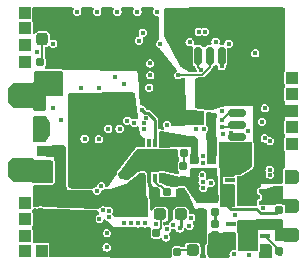
<source format=gbr>
%TF.GenerationSoftware,KiCad,Pcbnew,8.0.5*%
%TF.CreationDate,2024-10-22T15:36:18+02:00*%
%TF.ProjectId,cansatperso,63616e73-6174-4706-9572-736f2e6b6963,rev?*%
%TF.SameCoordinates,Original*%
%TF.FileFunction,Copper,L6,Bot*%
%TF.FilePolarity,Positive*%
%FSLAX46Y46*%
G04 Gerber Fmt 4.6, Leading zero omitted, Abs format (unit mm)*
G04 Created by KiCad (PCBNEW 8.0.5) date 2024-10-22 15:36:18*
%MOMM*%
%LPD*%
G01*
G04 APERTURE LIST*
G04 Aperture macros list*
%AMRoundRect*
0 Rectangle with rounded corners*
0 $1 Rounding radius*
0 $2 $3 $4 $5 $6 $7 $8 $9 X,Y pos of 4 corners*
0 Add a 4 corners polygon primitive as box body*
4,1,4,$2,$3,$4,$5,$6,$7,$8,$9,$2,$3,0*
0 Add four circle primitives for the rounded corners*
1,1,$1+$1,$2,$3*
1,1,$1+$1,$4,$5*
1,1,$1+$1,$6,$7*
1,1,$1+$1,$8,$9*
0 Add four rect primitives between the rounded corners*
20,1,$1+$1,$2,$3,$4,$5,0*
20,1,$1+$1,$4,$5,$6,$7,0*
20,1,$1+$1,$6,$7,$8,$9,0*
20,1,$1+$1,$8,$9,$2,$3,0*%
%AMOutline5P*
0 Free polygon, 5 corners , with rotation*
0 The origin of the aperture is its center*
0 number of corners: always 5*
0 $1 to $10 corner X, Y*
0 $11 Rotation angle, in degrees counterclockwise*
0 create outline with 5 corners*
4,1,5,$1,$2,$3,$4,$5,$6,$7,$8,$9,$10,$1,$2,$11*%
%AMOutline6P*
0 Free polygon, 6 corners , with rotation*
0 The origin of the aperture is its center*
0 number of corners: always 6*
0 $1 to $12 corner X, Y*
0 $13 Rotation angle, in degrees counterclockwise*
0 create outline with 6 corners*
4,1,6,$1,$2,$3,$4,$5,$6,$7,$8,$9,$10,$11,$12,$1,$2,$13*%
%AMOutline7P*
0 Free polygon, 7 corners , with rotation*
0 The origin of the aperture is its center*
0 number of corners: always 7*
0 $1 to $14 corner X, Y*
0 $15 Rotation angle, in degrees counterclockwise*
0 create outline with 7 corners*
4,1,7,$1,$2,$3,$4,$5,$6,$7,$8,$9,$10,$11,$12,$13,$14,$1,$2,$15*%
%AMOutline8P*
0 Free polygon, 8 corners , with rotation*
0 The origin of the aperture is its center*
0 number of corners: always 8*
0 $1 to $16 corner X, Y*
0 $17 Rotation angle, in degrees counterclockwise*
0 create outline with 8 corners*
4,1,8,$1,$2,$3,$4,$5,$6,$7,$8,$9,$10,$11,$12,$13,$14,$15,$16,$1,$2,$17*%
%AMFreePoly0*
4,1,8,1.000000,0.600000,1.000000,-1.000000,0.000000,-1.000000,-1.000000,-1.000000,-1.000000,0.600000,-0.600000,1.000000,0.600000,1.000000,1.000000,0.600000,1.000000,0.600000,$1*%
G04 Aperture macros list end*
%TA.AperFunction,SMDPad,CuDef*%
%ADD10R,1.000000X1.000000*%
%TD*%
%TA.AperFunction,ComponentPad*%
%ADD11Outline6P,-0.600000X0.360000X-0.360000X0.600000X0.360000X0.600000X0.600000X0.360000X0.600000X-0.600000X-0.600000X-0.600000X270.000000*%
%TD*%
%TA.AperFunction,ComponentPad*%
%ADD12FreePoly0,90.000000*%
%TD*%
%TA.AperFunction,SMDPad,CuDef*%
%ADD13RoundRect,0.155000X0.155000X-0.212500X0.155000X0.212500X-0.155000X0.212500X-0.155000X-0.212500X0*%
%TD*%
%TA.AperFunction,SMDPad,CuDef*%
%ADD14RoundRect,0.155000X0.212500X0.155000X-0.212500X0.155000X-0.212500X-0.155000X0.212500X-0.155000X0*%
%TD*%
%TA.AperFunction,SMDPad,CuDef*%
%ADD15RoundRect,0.160000X-0.160000X0.197500X-0.160000X-0.197500X0.160000X-0.197500X0.160000X0.197500X0*%
%TD*%
%TA.AperFunction,SMDPad,CuDef*%
%ADD16RoundRect,0.155000X-0.155000X0.212500X-0.155000X-0.212500X0.155000X-0.212500X0.155000X0.212500X0*%
%TD*%
%TA.AperFunction,SMDPad,CuDef*%
%ADD17RoundRect,0.150000X0.625000X-0.150000X0.625000X0.150000X-0.625000X0.150000X-0.625000X-0.150000X0*%
%TD*%
%TA.AperFunction,SMDPad,CuDef*%
%ADD18RoundRect,0.250000X0.650000X-0.350000X0.650000X0.350000X-0.650000X0.350000X-0.650000X-0.350000X0*%
%TD*%
%TA.AperFunction,SMDPad,CuDef*%
%ADD19RoundRect,0.160000X-0.197500X-0.160000X0.197500X-0.160000X0.197500X0.160000X-0.197500X0.160000X0*%
%TD*%
%TA.AperFunction,SMDPad,CuDef*%
%ADD20R,2.050000X2.450000*%
%TD*%
%TA.AperFunction,SMDPad,CuDef*%
%ADD21RoundRect,0.250000X-0.412500X-1.100000X0.412500X-1.100000X0.412500X1.100000X-0.412500X1.100000X0*%
%TD*%
%TA.AperFunction,SMDPad,CuDef*%
%ADD22RoundRect,0.155000X-0.212500X-0.155000X0.212500X-0.155000X0.212500X0.155000X-0.212500X0.155000X0*%
%TD*%
%TA.AperFunction,SMDPad,CuDef*%
%ADD23RoundRect,0.160000X0.160000X-0.197500X0.160000X0.197500X-0.160000X0.197500X-0.160000X-0.197500X0*%
%TD*%
%TA.AperFunction,SMDPad,CuDef*%
%ADD24RoundRect,0.250000X0.350000X0.650000X-0.350000X0.650000X-0.350000X-0.650000X0.350000X-0.650000X0*%
%TD*%
%TA.AperFunction,SMDPad,CuDef*%
%ADD25RoundRect,0.150000X0.150000X0.625000X-0.150000X0.625000X-0.150000X-0.625000X0.150000X-0.625000X0*%
%TD*%
%TA.AperFunction,SMDPad,CuDef*%
%ADD26R,0.850000X0.300000*%
%TD*%
%TA.AperFunction,SMDPad,CuDef*%
%ADD27R,1.700000X2.500000*%
%TD*%
%TA.AperFunction,SMDPad,CuDef*%
%ADD28RoundRect,0.237500X0.237500X-0.287500X0.237500X0.287500X-0.237500X0.287500X-0.237500X-0.287500X0*%
%TD*%
%TA.AperFunction,SMDPad,CuDef*%
%ADD29RoundRect,0.250000X-1.100000X0.412500X-1.100000X-0.412500X1.100000X-0.412500X1.100000X0.412500X0*%
%TD*%
%TA.AperFunction,SMDPad,CuDef*%
%ADD30RoundRect,0.237500X-0.287500X-0.237500X0.287500X-0.237500X0.287500X0.237500X-0.287500X0.237500X0*%
%TD*%
%TA.AperFunction,SMDPad,CuDef*%
%ADD31RoundRect,0.250000X-0.900000X1.500000X-0.900000X-1.500000X0.900000X-1.500000X0.900000X1.500000X0*%
%TD*%
%TA.AperFunction,SMDPad,CuDef*%
%ADD32RoundRect,0.250000X0.450000X-0.350000X0.450000X0.350000X-0.450000X0.350000X-0.450000X-0.350000X0*%
%TD*%
%TA.AperFunction,SMDPad,CuDef*%
%ADD33R,0.300000X0.800000*%
%TD*%
%TA.AperFunction,SMDPad,CuDef*%
%ADD34R,2.480000X1.750000*%
%TD*%
%TA.AperFunction,ViaPad*%
%ADD35C,0.400000*%
%TD*%
%TA.AperFunction,Conductor*%
%ADD36C,0.150000*%
%TD*%
%TA.AperFunction,Conductor*%
%ADD37C,0.250000*%
%TD*%
G04 APERTURE END LIST*
D10*
%TO.P,,1*%
%TO.N,ADC2_IN17*%
X174500000Y-93530000D03*
%TD*%
D11*
%TO.P,REF\u002A\u002A2,1*%
%TO.N,TIM3_CHI_PWM4*%
X195660000Y-87340000D03*
%TD*%
D12*
%TO.P,,1*%
%TO.N,GND*%
X172680000Y-80400000D03*
%TD*%
D11*
%TO.P,REF\u002A\u002A1,5v*%
%TO.N,+5V*%
X195660000Y-89740000D03*
%TD*%
%TO.P,REF\u002A\u002A,1*%
%TO.N,GND*%
X195660000Y-92190000D03*
%TD*%
D12*
%TO.P,REF\u002A\u002A,1*%
%TO.N,BAT+*%
X172675000Y-86705000D03*
%TD*%
D13*
%TO.P,C19,1*%
%TO.N,+5V*%
X194630000Y-88437500D03*
%TO.P,C19,2*%
%TO.N,GND*%
X194630000Y-87302500D03*
%TD*%
D14*
%TO.P,C21,1*%
%TO.N,3.3VEN*%
X189145000Y-92250000D03*
%TO.P,C21,2*%
%TO.N,GND*%
X188010000Y-92250000D03*
%TD*%
D15*
%TO.P,R16,1*%
%TO.N,Net-(C26-Pad2)*%
X186500000Y-86352500D03*
%TO.P,R16,2*%
%TO.N,Net-(IC3-FB)*%
X186500000Y-87547500D03*
%TD*%
D16*
%TO.P,C27,1*%
%TO.N,Net-(IC3-COMP)*%
X187480000Y-85842500D03*
%TO.P,C27,2*%
%TO.N,Net-(IC3-FB)*%
X187480000Y-86977500D03*
%TD*%
D10*
%TO.P,,1*%
%TO.N,SWCLK{slash}I2C1_SDA*%
X173070000Y-90900000D03*
%TD*%
D17*
%TO.P,J3,1,Pin_1*%
%TO.N,3.3VEN*%
X191005000Y-83910000D03*
%TO.P,J3,2,Pin_2*%
%TO.N,USART1_RX_GPS*%
X191005000Y-82910000D03*
%TO.P,J3,3,Pin_3*%
%TO.N,USART1_TX_GPS*%
X191005000Y-81910000D03*
%TO.P,J3,4,Pin_4*%
%TO.N,GND*%
X191005000Y-80910000D03*
D18*
%TO.P,J3,MP*%
X193530000Y-85210000D03*
X193530000Y-79610000D03*
%TD*%
D19*
%TO.P,R15,1*%
%TO.N,Net-(IC3-FSW)*%
X185132500Y-88570000D03*
%TO.P,R15,2*%
%TO.N,GND*%
X186327500Y-88570000D03*
%TD*%
D20*
%TO.P,L2,1*%
%TO.N,Net-(D2-K)*%
X180060000Y-81670000D03*
%TO.P,L2,2*%
%TO.N,+5V*%
X180060000Y-75570000D03*
%TD*%
D21*
%TO.P,C29,1*%
%TO.N,+5V*%
X185117500Y-80200000D03*
%TO.P,C29,2*%
%TO.N,GND*%
X188242500Y-80200000D03*
%TD*%
D10*
%TO.P,,1*%
%TO.N,+3.3V*%
X173070000Y-76130000D03*
%TD*%
D22*
%TO.P,C28,1*%
%TO.N,+5V*%
X187722500Y-82380000D03*
%TO.P,C28,2*%
%TO.N,Net-(C28-Pad2)*%
X188857500Y-82380000D03*
%TD*%
D10*
%TO.P,,1*%
%TO.N,GPIO_EXTI1*%
X173070000Y-77580000D03*
%TD*%
D23*
%TO.P,R11,1*%
%TO.N,GND*%
X184200000Y-93207500D03*
%TO.P,R11,2*%
%TO.N,Net-(D5-K)*%
X184200000Y-92012500D03*
%TD*%
D24*
%TO.P,J4,*%
%TO.N,GND*%
X185440000Y-74530000D03*
D25*
%TO.P,J4,1,Pin_1*%
%TO.N,3.3VEN*%
X189740000Y-77055000D03*
%TO.P,J4,2,Pin_2*%
%TO.N,LPUART1_RX_RADIO*%
X188740000Y-77055000D03*
%TO.P,J4,3,Pin_3*%
%TO.N,LPUART1_TX_RADIO*%
X187740000Y-77055000D03*
%TO.P,J4,4,Pin_4*%
%TO.N,GND*%
X186740000Y-77055000D03*
D24*
%TO.P,J4,MP*%
X191040000Y-74530000D03*
%TD*%
D10*
%TO.P,,1*%
%TO.N,GND*%
X173080000Y-74720000D03*
%TD*%
%TO.P,,1*%
%TO.N,+5V*%
X173070000Y-73460000D03*
%TD*%
%TO.P,,1*%
%TO.N,I2C3_SDA_ACCEL*%
X195700000Y-83100000D03*
%TD*%
D22*
%TO.P,C25,1*%
%TO.N,VIN*%
X182932500Y-88530000D03*
%TO.P,C25,2*%
%TO.N,GND*%
X184067500Y-88530000D03*
%TD*%
D26*
%TO.P,IC5,1,GND*%
%TO.N,GND*%
X193400000Y-91320000D03*
%TO.P,IC5,2,EN*%
%TO.N,PWEN*%
X193400000Y-92270000D03*
%TO.P,IC5,3,VIN*%
%TO.N,+5V*%
X193400000Y-93220000D03*
%TO.P,IC5,4,VOUT*%
%TO.N,3.3VEN*%
X190500000Y-93220000D03*
%TO.P,IC5,5,VSENSE*%
X190500000Y-92270000D03*
%TO.P,IC5,6,ADJ/NC*%
%TO.N,unconnected-(IC5-ADJ{slash}NC-Pad6)*%
X190500000Y-91320000D03*
D27*
%TO.P,IC5,7,EP*%
%TO.N,GND*%
X191950000Y-92270000D03*
%TD*%
D15*
%TO.P,R22,1*%
%TO.N,GND*%
X174430000Y-81312500D03*
%TO.P,R22,2*%
%TO.N,ADC1_IN3_VBAT*%
X174430000Y-82507500D03*
%TD*%
%TO.P,R4,1*%
%TO.N,GND*%
X185960000Y-92470000D03*
%TO.P,R4,2*%
%TO.N,Net-(D4-K)*%
X185960000Y-93665000D03*
%TD*%
D28*
%TO.P,D1,1,K*%
%TO.N,Net-(D1-K)*%
X174550000Y-75605000D03*
%TO.P,D1,2,A*%
%TO.N,+5V*%
X174550000Y-73855000D03*
%TD*%
D29*
%TO.P,C24,1*%
%TO.N,VIN*%
X182080000Y-89967500D03*
%TO.P,C24,2*%
%TO.N,GND*%
X182080000Y-93092500D03*
%TD*%
D23*
%TO.P,R3,1*%
%TO.N,GND*%
X174390000Y-78767500D03*
%TO.P,R3,2*%
%TO.N,Net-(D1-K)*%
X174390000Y-77572500D03*
%TD*%
D10*
%TO.P,,1*%
%TO.N,I2C3_SCL_ACCEL*%
X195700000Y-84500000D03*
%TD*%
%TO.P,7,1*%
%TO.N,+3.3V*%
X195700000Y-80300000D03*
%TD*%
%TO.P,,1*%
%TO.N,+5V*%
X195700000Y-78890000D03*
%TD*%
%TO.P,,1*%
%TO.N,GND*%
X195700000Y-81690000D03*
%TD*%
D16*
%TO.P,C20,1*%
%TO.N,+3.3V*%
X194580000Y-90132500D03*
%TO.P,C20,2*%
%TO.N,GND*%
X194580000Y-91267500D03*
%TD*%
D15*
%TO.P,R19,1*%
%TO.N,Net-(IC3-FB)*%
X187970000Y-89062500D03*
%TO.P,R19,2*%
%TO.N,GND*%
X187970000Y-90257500D03*
%TD*%
%TO.P,R21,1*%
%TO.N,ADC1_IN3_VBAT*%
X174480000Y-83952500D03*
%TO.P,R21,2*%
%TO.N,VIN*%
X174480000Y-85147500D03*
%TD*%
D26*
%TO.P,IC2,1,GND*%
%TO.N,GND*%
X193310000Y-87570000D03*
%TO.P,IC2,2,EN*%
%TO.N,+5V*%
X193310000Y-88520000D03*
%TO.P,IC2,3,VIN*%
X193310000Y-89470000D03*
%TO.P,IC2,4,VOUT*%
%TO.N,+3.3V*%
X190410000Y-89470000D03*
%TO.P,IC2,5,VSENSE*%
X190410000Y-88520000D03*
%TO.P,IC2,6,ADJ/NC*%
%TO.N,unconnected-(IC2-ADJ{slash}NC-Pad6)*%
X190410000Y-87570000D03*
D27*
%TO.P,IC2,7,EP*%
%TO.N,GND*%
X191860000Y-88520000D03*
%TD*%
D16*
%TO.P,C26,1*%
%TO.N,Net-(IC3-COMP)*%
X186530000Y-84152500D03*
%TO.P,C26,2*%
%TO.N,Net-(C26-Pad2)*%
X186530000Y-85287500D03*
%TD*%
D14*
%TO.P,C18,1*%
%TO.N,+5V*%
X189147500Y-91280000D03*
%TO.P,C18,2*%
%TO.N,GND*%
X188012500Y-91280000D03*
%TD*%
D10*
%TO.P,,1*%
%TO.N,SWO*%
X173090000Y-89490000D03*
%TD*%
D30*
%TO.P,D5,1,K*%
%TO.N,Net-(D5-K)*%
X184550000Y-90470000D03*
%TO.P,D5,2,A*%
%TO.N,+3.3V*%
X186300000Y-90470000D03*
%TD*%
D15*
%TO.P,R17,1*%
%TO.N,Net-(C28-Pad2)*%
X188890000Y-85822500D03*
%TO.P,R17,2*%
%TO.N,Net-(IC3-FB)*%
X188890000Y-87017500D03*
%TD*%
D31*
%TO.P,D2,1,K*%
%TO.N,Net-(D2-K)*%
X177930000Y-86510000D03*
%TO.P,D2,2,A*%
%TO.N,GND*%
X177930000Y-91910000D03*
%TD*%
D23*
%TO.P,R1,1*%
%TO.N,PWEN*%
X194580000Y-93537500D03*
%TO.P,R1,2*%
%TO.N,GND*%
X194580000Y-92342500D03*
%TD*%
D30*
%TO.P,D4,1,K*%
%TO.N,Net-(D4-K)*%
X187275000Y-93480000D03*
%TO.P,D4,2,A*%
%TO.N,3.3VEN*%
X189025000Y-93480000D03*
%TD*%
D32*
%TO.P,R23,1*%
%TO.N,VIN*%
X174650000Y-88680000D03*
%TO.P,R23,2*%
%TO.N,BAT+*%
X174650000Y-86680000D03*
%TD*%
D23*
%TO.P,R18,1*%
%TO.N,+5V*%
X189150000Y-90267500D03*
%TO.P,R18,2*%
%TO.N,Net-(IC3-FB)*%
X189150000Y-89072500D03*
%TD*%
D10*
%TO.P,,1*%
%TO.N,SWDIO*%
X173070000Y-92300000D03*
%TD*%
D33*
%TO.P,IC3,1,OUT*%
%TO.N,Net-(D2-K)*%
X183090000Y-84410000D03*
%TO.P,IC3,2,SYNCH*%
%TO.N,unconnected-(IC3-SYNCH-Pad2)*%
X183590000Y-84410000D03*
%TO.P,IC3,3,EN*%
%TO.N,VIN*%
X184090000Y-84410000D03*
%TO.P,IC3,4,COMP*%
%TO.N,Net-(IC3-COMP)*%
X184590000Y-84410000D03*
%TO.P,IC3,5,FB*%
%TO.N,Net-(IC3-FB)*%
X184590000Y-87410000D03*
%TO.P,IC3,6,FSW*%
%TO.N,Net-(IC3-FSW)*%
X184090000Y-87410000D03*
%TO.P,IC3,7,GND*%
%TO.N,GND*%
X183590000Y-87410000D03*
%TO.P,IC3,8,V_CC*%
%TO.N,VIN*%
X183090000Y-87410000D03*
D34*
%TO.P,IC3,9,EP*%
%TO.N,GND*%
X183840000Y-85910000D03*
%TD*%
D10*
%TO.P,3,1*%
%TO.N,NRST*%
X173080000Y-93590000D03*
%TD*%
D35*
%TO.N,GND*%
X189020000Y-78290000D03*
X186860000Y-77390000D03*
X186880000Y-77930000D03*
X176360000Y-93120000D03*
X176050000Y-79740000D03*
X184730000Y-85210000D03*
X176140000Y-82470000D03*
X194760000Y-76690000D03*
X195710000Y-81720000D03*
X192250000Y-88020000D03*
X182160000Y-85940000D03*
X188060000Y-80840000D03*
X191100000Y-73300000D03*
X174140000Y-76740000D03*
X182600000Y-73300000D03*
X189650000Y-79120000D03*
X190880000Y-79060000D03*
X175390000Y-93170000D03*
X194680000Y-91940000D03*
X180900000Y-73300000D03*
X185500000Y-89530000D03*
X183680000Y-78680000D03*
X178400000Y-90820000D03*
X173080000Y-74720000D03*
X186810000Y-92670000D03*
X182750000Y-85180000D03*
X194760000Y-85190000D03*
X186380000Y-89540000D03*
X183870000Y-86560000D03*
X185770000Y-86240000D03*
X177800000Y-79760000D03*
X175330000Y-93790000D03*
X182730000Y-75760000D03*
X179340000Y-84110000D03*
X191820000Y-87500000D03*
X192290000Y-91270000D03*
X177500000Y-73300000D03*
X188800000Y-87800000D03*
X174340000Y-78550000D03*
X183840000Y-85180000D03*
X179390000Y-79780000D03*
X175330000Y-92590000D03*
X183670000Y-77690000D03*
X187970000Y-90257500D03*
X178860000Y-92680000D03*
X187700000Y-73300000D03*
X184670000Y-89530000D03*
X184040000Y-93547500D03*
X182700000Y-93770000D03*
X194580000Y-91267500D03*
X189400000Y-73300000D03*
X174340000Y-80170000D03*
X178930000Y-93810000D03*
X189690000Y-80400000D03*
X182750000Y-86610000D03*
X179200000Y-73300000D03*
X181370000Y-87230000D03*
X192770000Y-77880000D03*
X178130000Y-84070000D03*
X181450000Y-79430000D03*
X192420000Y-91820000D03*
%TO.N,+3.3V*%
X187000000Y-91430000D03*
%TO.N,GND*%
X174400000Y-90095000D03*
X183600000Y-79750000D03*
X191330000Y-77620000D03*
X185670000Y-85170000D03*
X181840000Y-86720000D03*
X194760000Y-80090000D03*
X181000000Y-93770000D03*
X177480000Y-92630000D03*
X184300000Y-73300000D03*
X177600000Y-93770000D03*
X186000000Y-73300000D03*
X188010000Y-79360000D03*
X192600000Y-87500000D03*
%TO.N,+3.3V*%
X193380000Y-84040000D03*
X190050000Y-89495521D03*
X189750000Y-81710000D03*
X193800000Y-86700000D03*
X189950000Y-84530000D03*
X187800000Y-75020000D03*
X190420521Y-89010521D03*
X190070000Y-85070000D03*
X193830000Y-84270000D03*
X195710000Y-80320000D03*
X173070000Y-76130000D03*
X186180000Y-91660000D03*
X188320000Y-75010000D03*
X185110000Y-91730000D03*
X181090000Y-83220000D03*
X192570000Y-76830000D03*
X183050000Y-75090000D03*
X193816587Y-87131306D03*
X181740000Y-82530000D03*
X193150000Y-82610000D03*
X185020000Y-92422500D03*
X180140000Y-83220000D03*
%TO.N,NRST*%
X173080000Y-93590000D03*
X179380000Y-90850660D03*
%TO.N,USART3_RX*%
X180000000Y-93270000D03*
X182345000Y-82715000D03*
%TO.N,SDDETECT*%
X193396250Y-81483750D03*
X184190000Y-91260000D03*
%TO.N,VIN*%
X175470000Y-81450000D03*
X182950430Y-81600789D03*
X174480000Y-85147500D03*
%TO.N,+5V*%
X177340000Y-74380000D03*
X189147500Y-91280000D03*
X193490000Y-93810000D03*
X181560000Y-74390000D03*
X173070000Y-73460000D03*
X181541494Y-73890340D03*
X175170000Y-73890000D03*
X175170000Y-74330000D03*
X194280000Y-88840000D03*
X194280000Y-89310000D03*
X195710000Y-78920000D03*
%TO.N,ADC1_IN3_VBAT*%
X174770000Y-83300000D03*
X179180000Y-88470000D03*
%TO.N,ADC1_IN2_CURR*%
X180720000Y-78872500D03*
X179541191Y-88089171D03*
%TO.N,I2C3_SDA_ACCEL*%
X185110000Y-82870000D03*
X195710000Y-83120000D03*
X189860000Y-83705000D03*
%TO.N,I2C3_SCL_ACCEL*%
X188090000Y-87150000D03*
X191937000Y-83410000D03*
X195710000Y-84520000D03*
%TO.N,3.3VEN*%
X189655249Y-93721215D03*
X189160000Y-93790000D03*
X189740000Y-77920000D03*
X190530166Y-83559834D03*
X189610000Y-93200000D03*
%TO.N,SPI1_CS_SD*%
X182650000Y-91240000D03*
X190330000Y-76010000D03*
%TO.N,SPI1_MISO_SD*%
X181480000Y-91210000D03*
X184510000Y-76050000D03*
%TO.N,SPI1_SCK_SD*%
X180225170Y-90704168D03*
X187020000Y-75880000D03*
%TO.N,SPI1_MOSI_SD*%
X189220000Y-75840000D03*
X182060000Y-91220000D03*
%TO.N,USART1_RX_GPS*%
X189730000Y-83060000D03*
X183132230Y-82772331D03*
%TO.N,USART1_TX_GPS*%
X183185000Y-83269541D03*
X189760000Y-82490000D03*
%TO.N,LPUART1_RX_RADIO*%
X186065000Y-78680000D03*
X179690000Y-90100000D03*
%TO.N,LPUART1_TX_RADIO*%
X187160000Y-90760000D03*
X187976943Y-78256943D03*
%TO.N,GPIO_EXTI1*%
X173070000Y-77580000D03*
X183230000Y-91230000D03*
%TO.N,SWO*%
X183310000Y-82305000D03*
X173090000Y-89490000D03*
%TO.N,SWDIO*%
X188230000Y-83220000D03*
X173070000Y-92300000D03*
%TO.N,SWCLK{slash}I2C1_SDA*%
X173070000Y-90900000D03*
X187585000Y-83220000D03*
%TO.N,TIM3_CHI_PWM4*%
X188120000Y-87730000D03*
%TO.N,USART3_TX*%
X185620000Y-91330000D03*
X180020000Y-92060000D03*
%TO.N,D+*%
X193220000Y-89955000D03*
X188120000Y-85490000D03*
%TO.N,D-*%
X190860000Y-90540000D03*
X188150000Y-86110000D03*
%TO.N,BAT+*%
X174650000Y-86680000D03*
X175470000Y-76026000D03*
%TO.N,PWEN*%
X188180000Y-88240000D03*
X194690000Y-93860000D03*
%TO.N,USBD+*%
X192060000Y-93870000D03*
%TO.N,USBD-*%
X190740000Y-93860000D03*
%TO.N,ADC2_IN17*%
X180190000Y-90150000D03*
X174500000Y-93530000D03*
%TD*%
D36*
%TO.N,LPUART1_TX_RADIO*%
X187740000Y-78020000D02*
X187740000Y-77055000D01*
X187976943Y-78256943D02*
X187740000Y-78020000D01*
%TO.N,LPUART1_RX_RADIO*%
X188740000Y-78024217D02*
X188740000Y-77055000D01*
X186070000Y-78675000D02*
X188089217Y-78675000D01*
X186065000Y-78680000D02*
X186070000Y-78675000D01*
X188089217Y-78675000D02*
X188740000Y-78024217D01*
%TO.N,GND*%
X193400000Y-91320000D02*
X193557500Y-91320000D01*
%TO.N,LPUART1_RX_RADIO*%
X188780000Y-77095000D02*
X188740000Y-77055000D01*
D37*
%TO.N,+3.3V*%
X193043959Y-90380000D02*
X194332500Y-90380000D01*
X192658959Y-89995000D02*
X193043959Y-90380000D01*
X186300000Y-91540000D02*
X186180000Y-91660000D01*
X190050000Y-89495521D02*
X190549479Y-89995000D01*
X186300000Y-90470000D02*
X186300000Y-91540000D01*
X194332500Y-90380000D02*
X194580000Y-90132500D01*
X190549479Y-89995000D02*
X192658959Y-89995000D01*
%TO.N,VIN*%
X183486041Y-81880000D02*
X184090000Y-82483959D01*
X183229641Y-81880000D02*
X183486041Y-81880000D01*
X182950430Y-81600789D02*
X183229641Y-81880000D01*
X184090000Y-82483959D02*
X184090000Y-84410000D01*
D36*
%TO.N,Net-(C26-Pad2)*%
X186530000Y-86322500D02*
X186500000Y-86352500D01*
X186530000Y-85287500D02*
X186530000Y-86322500D01*
D37*
%TO.N,+5V*%
X189147500Y-91280000D02*
X189150000Y-91277500D01*
X189150000Y-91277500D02*
X189150000Y-90267500D01*
D36*
%TO.N,Net-(IC3-FSW)*%
X184622500Y-88060000D02*
X185132500Y-88570000D01*
X184390000Y-88060000D02*
X184622500Y-88060000D01*
X184090000Y-87760000D02*
X184390000Y-88060000D01*
X184090000Y-87410000D02*
X184090000Y-87760000D01*
D37*
%TO.N,3.3VEN*%
X189740000Y-77920000D02*
X189740000Y-77055000D01*
D36*
%TO.N,USART1_RX_GPS*%
X189730000Y-83060000D02*
X190855000Y-83060000D01*
X190855000Y-83060000D02*
X191005000Y-82910000D01*
%TO.N,USART1_TX_GPS*%
X189760000Y-82490000D02*
X190340000Y-81910000D01*
X190340000Y-81910000D02*
X191005000Y-81910000D01*
%TO.N,GND*%
X186740000Y-77055000D02*
X186665000Y-77055000D01*
%TO.N,LPUART1_TX_RADIO*%
X187740000Y-77055000D02*
X187740000Y-77660000D01*
%TO.N,PWEN*%
X194690000Y-93560000D02*
X193400000Y-92270000D01*
X194690000Y-93860000D02*
X194690000Y-93560000D01*
%TO.N,Net-(D1-K)*%
X174550000Y-75605000D02*
X174550000Y-77412500D01*
X174550000Y-77412500D02*
X174390000Y-77572500D01*
%TO.N,Net-(D4-K)*%
X186145000Y-93480000D02*
X185960000Y-93665000D01*
X187275000Y-93480000D02*
X186145000Y-93480000D01*
%TO.N,Net-(D5-K)*%
X184565000Y-91647500D02*
X184565000Y-90485000D01*
X184565000Y-90485000D02*
X184550000Y-90470000D01*
X184200000Y-92012500D02*
X184565000Y-91647500D01*
%TD*%
%TA.AperFunction,Conductor*%
%TO.N,Net-(IC3-COMP)*%
G36*
X186980000Y-83820000D02*
G01*
X187485953Y-83863616D01*
X187551053Y-83888986D01*
X187589276Y-83938312D01*
X187700231Y-84197207D01*
X187710251Y-84244794D01*
X187728746Y-86066543D01*
X187709743Y-86133779D01*
X187657406Y-86180068D01*
X187606549Y-86191789D01*
X187171305Y-86198097D01*
X187103987Y-86179386D01*
X187057472Y-86127251D01*
X187045622Y-86068804D01*
X187100000Y-84800000D01*
X187099999Y-84799999D01*
X186847239Y-84800928D01*
X186796698Y-84790364D01*
X186796019Y-84790064D01*
X186756156Y-84772463D01*
X186749771Y-84771722D01*
X186730619Y-84769500D01*
X186730616Y-84769500D01*
X186329384Y-84769500D01*
X186329380Y-84769500D01*
X186303844Y-84772463D01*
X186303839Y-84772464D01*
X186257979Y-84792713D01*
X186208351Y-84803277D01*
X184514956Y-84809502D01*
X184447844Y-84790064D01*
X184401896Y-84737429D01*
X184390500Y-84685503D01*
X184390500Y-84458989D01*
X184390549Y-84455497D01*
X184397825Y-84197207D01*
X184416019Y-83551299D01*
X184437584Y-83484844D01*
X184491655Y-83440594D01*
X184559577Y-83432354D01*
X186980000Y-83820000D01*
G37*
%TD.AperFunction*%
%TD*%
%TA.AperFunction,Conductor*%
%TO.N,+3.3V*%
G36*
X192222295Y-84330095D02*
G01*
X192268425Y-84382572D01*
X192280000Y-84434885D01*
X192280000Y-86421332D01*
X192260315Y-86488371D01*
X192221797Y-86526436D01*
X191304620Y-87100604D01*
X191238823Y-87119500D01*
X190995178Y-87119500D01*
X190951282Y-87128231D01*
X190951275Y-87128234D01*
X190901496Y-87161495D01*
X190866153Y-87214391D01*
X190812541Y-87259196D01*
X190763051Y-87269500D01*
X189970178Y-87269500D01*
X189926282Y-87278231D01*
X189926275Y-87278234D01*
X189876496Y-87311495D01*
X189876495Y-87311496D01*
X189843234Y-87361275D01*
X189843231Y-87361282D01*
X189834500Y-87405177D01*
X189834500Y-87405180D01*
X189834500Y-87734820D01*
X189834500Y-87734822D01*
X189834499Y-87734822D01*
X189843231Y-87778717D01*
X189843232Y-87778721D01*
X189843233Y-87778722D01*
X189876496Y-87828504D01*
X189926278Y-87861767D01*
X189926281Y-87861767D01*
X189926282Y-87861768D01*
X189970177Y-87870500D01*
X190735500Y-87870500D01*
X190802539Y-87890185D01*
X190848294Y-87942989D01*
X190859500Y-87994500D01*
X190859500Y-89723322D01*
X190839815Y-89790361D01*
X190787011Y-89836116D01*
X190734700Y-89847319D01*
X189720326Y-89840776D01*
X189653415Y-89820660D01*
X189608002Y-89767562D01*
X189597162Y-89719712D01*
X189590393Y-89432836D01*
X189600925Y-89379831D01*
X189617487Y-89342322D01*
X189617486Y-89342322D01*
X189617488Y-89342320D01*
X189620500Y-89316357D01*
X189620499Y-88828644D01*
X189619498Y-88820009D01*
X189617489Y-88802684D01*
X189617488Y-88802682D01*
X189617488Y-88802680D01*
X189583105Y-88724809D01*
X189572576Y-88677659D01*
X189472973Y-84456022D01*
X189491071Y-84388539D01*
X189542781Y-84341551D01*
X189596052Y-84329102D01*
X190208586Y-84324743D01*
X190259552Y-84335306D01*
X190310005Y-84357584D01*
X190310007Y-84357584D01*
X190310009Y-84357585D01*
X190335135Y-84360500D01*
X191674864Y-84360499D01*
X191674879Y-84360497D01*
X191674882Y-84360497D01*
X191699987Y-84357586D01*
X191699987Y-84357585D01*
X191699991Y-84357585D01*
X191776518Y-84323795D01*
X191825716Y-84313233D01*
X192155119Y-84310888D01*
X192222295Y-84330095D01*
G37*
%TD.AperFunction*%
%TD*%
%TA.AperFunction,Conductor*%
%TO.N,GND*%
G36*
X194831245Y-90861961D02*
G01*
X194878715Y-90913229D01*
X194891668Y-90966797D01*
X194899999Y-91599998D01*
X194900000Y-91599999D01*
X194900000Y-91600000D01*
X195644577Y-91591441D01*
X195711836Y-91610354D01*
X195758195Y-91662629D01*
X195770000Y-91715433D01*
X195770000Y-92662671D01*
X195750315Y-92729710D01*
X195697511Y-92775465D01*
X195642716Y-92786628D01*
X194384467Y-92753297D01*
X194317973Y-92731844D01*
X194273632Y-92677847D01*
X194263809Y-92625549D01*
X194290000Y-91770000D01*
X192810000Y-91770000D01*
X192802892Y-93020929D01*
X192801632Y-93037869D01*
X192795000Y-93083996D01*
X192795000Y-93406000D01*
X192775315Y-93473039D01*
X192722511Y-93518794D01*
X192671000Y-93530000D01*
X192163634Y-93530000D01*
X192144237Y-93528473D01*
X192083127Y-93518794D01*
X192060001Y-93515131D01*
X192059999Y-93515131D01*
X192036873Y-93518794D01*
X191975762Y-93528473D01*
X191956366Y-93530000D01*
X191228396Y-93530000D01*
X191161357Y-93510315D01*
X191115602Y-93457511D01*
X191104712Y-93397153D01*
X191105000Y-93393126D01*
X191105000Y-92115464D01*
X191105000Y-92115463D01*
X191101307Y-92081773D01*
X191089666Y-92029319D01*
X191089665Y-92029317D01*
X191089664Y-92029314D01*
X191081368Y-92012997D01*
X191067905Y-91957755D01*
X191064783Y-91551872D01*
X191067160Y-91526741D01*
X191075500Y-91484820D01*
X191075500Y-91155180D01*
X191066767Y-91111278D01*
X191066766Y-91111277D01*
X191064384Y-91099300D01*
X191066187Y-91098941D01*
X191061106Y-91073893D01*
X191060941Y-91052417D01*
X191080109Y-90985231D01*
X191132560Y-90939072D01*
X191182395Y-90927493D01*
X193990000Y-90870000D01*
X194763594Y-90844496D01*
X194831245Y-90861961D01*
G37*
%TD.AperFunction*%
%TD*%
%TA.AperFunction,Conductor*%
%TO.N,Net-(C28-Pad2)*%
G36*
X189207019Y-81863242D02*
G01*
X189272876Y-81886575D01*
X189315665Y-81941809D01*
X189324070Y-81993024D01*
X189289999Y-82699986D01*
X189299989Y-85027631D01*
X189299919Y-85032364D01*
X189264061Y-86090201D01*
X189242116Y-86156535D01*
X189187793Y-86200475D01*
X189140132Y-86210000D01*
X188634000Y-86210000D01*
X188566961Y-86190315D01*
X188521206Y-86137511D01*
X188510000Y-86086000D01*
X188510000Y-85449984D01*
X188485004Y-84650134D01*
X188450635Y-83550339D01*
X188468215Y-83482721D01*
X188486887Y-83458794D01*
X188517095Y-83428587D01*
X188567500Y-83329661D01*
X188567500Y-83329659D01*
X188567501Y-83329658D01*
X188584869Y-83220002D01*
X188584869Y-83219997D01*
X188567501Y-83110341D01*
X188567500Y-83110339D01*
X188517095Y-83011413D01*
X188465832Y-82960150D01*
X188432346Y-82898827D01*
X188429573Y-82876353D01*
X188420060Y-82571920D01*
X188420000Y-82568047D01*
X188420000Y-81950999D01*
X188439685Y-81883960D01*
X188492489Y-81838205D01*
X188550798Y-81827186D01*
X189207019Y-81863242D01*
G37*
%TD.AperFunction*%
%TD*%
%TA.AperFunction,Conductor*%
%TO.N,GND*%
G36*
X195012539Y-72960185D02*
G01*
X195058294Y-73012989D01*
X195069500Y-73064500D01*
X195069500Y-78262204D01*
X195068305Y-78262204D01*
X195063200Y-78319233D01*
X195062374Y-78321280D01*
X195058232Y-78331279D01*
X195049500Y-78375177D01*
X195049500Y-78375180D01*
X195049500Y-79404820D01*
X195049500Y-79404822D01*
X195049499Y-79404822D01*
X195058231Y-79448717D01*
X195058234Y-79448724D01*
X195091495Y-79498503D01*
X195097544Y-79504552D01*
X195131029Y-79565875D01*
X195133863Y-79592546D01*
X195133849Y-79598092D01*
X195113995Y-79665082D01*
X195097533Y-79685457D01*
X195091496Y-79691493D01*
X195058233Y-79741276D01*
X195058231Y-79741282D01*
X195049500Y-79785177D01*
X195049500Y-79785180D01*
X195049500Y-80814820D01*
X195049500Y-80814822D01*
X195049499Y-80814822D01*
X195058231Y-80858717D01*
X195058234Y-80858724D01*
X195091495Y-80908503D01*
X195094163Y-80911171D01*
X195098121Y-80918419D01*
X195098281Y-80918659D01*
X195098259Y-80918673D01*
X195127648Y-80972494D01*
X195130482Y-80999149D01*
X195130171Y-81128881D01*
X195130000Y-81200000D01*
X196076000Y-81200000D01*
X196143039Y-81219685D01*
X196188794Y-81272489D01*
X196200000Y-81324000D01*
X196200000Y-82064825D01*
X196180315Y-82131864D01*
X196127511Y-82177619D01*
X196074830Y-82188819D01*
X195140000Y-82179999D01*
X195139999Y-82180000D01*
X195138867Y-82394217D01*
X195118829Y-82461151D01*
X195098759Y-82481483D01*
X195100134Y-82482858D01*
X195091494Y-82491498D01*
X195058234Y-82541275D01*
X195058231Y-82541282D01*
X195049500Y-82585177D01*
X195049500Y-82585180D01*
X195049500Y-83614820D01*
X195049500Y-83614822D01*
X195049499Y-83614822D01*
X195058231Y-83658717D01*
X195058234Y-83658724D01*
X195091494Y-83708502D01*
X195095127Y-83712135D01*
X195128609Y-83773460D01*
X195131440Y-83800474D01*
X195131438Y-83800849D01*
X195111396Y-83867783D01*
X195095128Y-83887862D01*
X195091497Y-83891492D01*
X195058234Y-83941275D01*
X195058231Y-83941282D01*
X195049500Y-83985177D01*
X195049500Y-83985180D01*
X195049500Y-85014820D01*
X195049500Y-85014822D01*
X195049499Y-85014822D01*
X195060149Y-85068357D01*
X195060151Y-85116732D01*
X195059500Y-85120005D01*
X195059500Y-86493051D01*
X195039815Y-86560090D01*
X195004391Y-86596153D01*
X194951495Y-86631496D01*
X194918234Y-86681275D01*
X194918231Y-86681282D01*
X194909500Y-86725177D01*
X194909500Y-87739113D01*
X194889815Y-87806152D01*
X194837011Y-87851907D01*
X194786692Y-87863107D01*
X193030000Y-87879999D01*
X193030000Y-87880000D01*
X193023457Y-88099200D01*
X193001781Y-88165622D01*
X192947635Y-88209781D01*
X192899512Y-88219500D01*
X192870178Y-88219500D01*
X192826282Y-88228231D01*
X192826275Y-88228234D01*
X192776496Y-88261495D01*
X192776495Y-88261496D01*
X192743234Y-88311275D01*
X192743231Y-88311282D01*
X192734500Y-88355177D01*
X192734500Y-88355180D01*
X192734500Y-88684820D01*
X192734500Y-88684822D01*
X192734499Y-88684822D01*
X192743231Y-88728717D01*
X192743234Y-88728724D01*
X192775061Y-88776357D01*
X192776496Y-88778504D01*
X192826278Y-88811767D01*
X192826281Y-88811767D01*
X192826282Y-88811768D01*
X192870177Y-88820500D01*
X192874168Y-88820500D01*
X192876181Y-88821091D01*
X192876240Y-88821097D01*
X192876238Y-88821108D01*
X192941207Y-88840185D01*
X192986962Y-88892989D01*
X192998113Y-88948200D01*
X192995098Y-89049200D01*
X192973422Y-89115622D01*
X192919276Y-89159781D01*
X192876198Y-89168481D01*
X192876240Y-89168903D01*
X192872081Y-89169312D01*
X192871153Y-89169500D01*
X192870178Y-89169500D01*
X192826282Y-89178231D01*
X192826275Y-89178234D01*
X192776496Y-89211495D01*
X192776495Y-89211496D01*
X192743234Y-89261275D01*
X192743231Y-89261282D01*
X192734500Y-89305177D01*
X192734500Y-89595500D01*
X192714815Y-89662539D01*
X192662011Y-89708294D01*
X192610500Y-89719500D01*
X191276000Y-89719500D01*
X191208961Y-89699815D01*
X191163206Y-89647011D01*
X191152004Y-89594528D01*
X191158070Y-88821091D01*
X191169281Y-87391582D01*
X191189491Y-87324702D01*
X191242652Y-87279362D01*
X191275996Y-87269768D01*
X191281746Y-87268959D01*
X191347543Y-87250063D01*
X191387131Y-87232407D01*
X192237604Y-86699997D01*
X193445131Y-86699997D01*
X193445131Y-86700002D01*
X193462498Y-86809658D01*
X193496115Y-86875635D01*
X193509011Y-86944304D01*
X193496117Y-86988220D01*
X193479085Y-87021648D01*
X193461718Y-87131303D01*
X193461718Y-87131308D01*
X193479085Y-87240964D01*
X193529491Y-87339891D01*
X193529496Y-87339898D01*
X193607994Y-87418396D01*
X193607997Y-87418398D01*
X193608000Y-87418401D01*
X193706926Y-87468806D01*
X193706928Y-87468807D01*
X193816585Y-87486175D01*
X193816587Y-87486175D01*
X193816589Y-87486175D01*
X193926245Y-87468807D01*
X193926246Y-87468806D01*
X193926248Y-87468806D01*
X194025174Y-87418401D01*
X194103682Y-87339893D01*
X194154087Y-87240967D01*
X194154087Y-87240965D01*
X194154088Y-87240964D01*
X194171456Y-87131308D01*
X194171456Y-87131303D01*
X194154088Y-87021649D01*
X194154087Y-87021647D01*
X194154087Y-87021645D01*
X194120469Y-86955666D01*
X194107574Y-86887001D01*
X194120469Y-86843085D01*
X194137500Y-86809661D01*
X194138580Y-86802845D01*
X194154869Y-86700002D01*
X194154869Y-86699997D01*
X194137501Y-86590341D01*
X194137500Y-86590339D01*
X194087095Y-86491413D01*
X194087092Y-86491410D01*
X194087090Y-86491407D01*
X194008592Y-86412909D01*
X194008588Y-86412906D01*
X194008587Y-86412905D01*
X193973884Y-86395223D01*
X193909658Y-86362498D01*
X193800002Y-86345131D01*
X193799998Y-86345131D01*
X193690341Y-86362498D01*
X193591414Y-86412904D01*
X193591407Y-86412909D01*
X193512909Y-86491407D01*
X193512904Y-86491414D01*
X193462498Y-86590341D01*
X193445131Y-86699997D01*
X192237604Y-86699997D01*
X192304308Y-86658239D01*
X192331100Y-86637040D01*
X192369618Y-86598975D01*
X192403131Y-86542870D01*
X192423137Y-86522429D01*
X192429999Y-86510001D01*
X192429998Y-86510000D01*
X192430000Y-86510000D01*
X192429922Y-86469230D01*
X192431184Y-86451349D01*
X192435500Y-86421332D01*
X192435500Y-84434885D01*
X192431828Y-84401291D01*
X192431827Y-84401288D01*
X192431827Y-84401284D01*
X192428828Y-84387733D01*
X192425899Y-84361185D01*
X192425286Y-84039997D01*
X193025131Y-84039997D01*
X193025131Y-84040002D01*
X193042498Y-84149658D01*
X193092904Y-84248585D01*
X193092909Y-84248592D01*
X193171407Y-84327090D01*
X193171410Y-84327092D01*
X193171413Y-84327095D01*
X193238319Y-84361185D01*
X193270341Y-84377501D01*
X193379998Y-84394869D01*
X193380000Y-84394869D01*
X193402286Y-84391339D01*
X193471579Y-84400293D01*
X193525032Y-84445288D01*
X193532165Y-84457508D01*
X193542904Y-84478585D01*
X193542906Y-84478588D01*
X193542909Y-84478592D01*
X193621407Y-84557090D01*
X193621410Y-84557092D01*
X193621413Y-84557095D01*
X193720339Y-84607500D01*
X193720341Y-84607501D01*
X193829998Y-84624869D01*
X193830000Y-84624869D01*
X193830002Y-84624869D01*
X193939658Y-84607501D01*
X193939659Y-84607500D01*
X193939661Y-84607500D01*
X194038587Y-84557095D01*
X194117095Y-84478587D01*
X194167500Y-84379661D01*
X194167500Y-84379659D01*
X194167501Y-84379658D01*
X194184869Y-84270002D01*
X194184869Y-84269997D01*
X194167501Y-84160341D01*
X194152037Y-84129991D01*
X194117095Y-84061413D01*
X194117092Y-84061410D01*
X194117090Y-84061407D01*
X194038592Y-83982909D01*
X194038588Y-83982906D01*
X194038587Y-83982905D01*
X194034743Y-83980946D01*
X193939658Y-83932498D01*
X193830002Y-83915131D01*
X193830000Y-83915131D01*
X193807709Y-83918661D01*
X193738416Y-83909704D01*
X193684965Y-83864707D01*
X193677836Y-83852494D01*
X193667095Y-83831413D01*
X193667093Y-83831411D01*
X193667090Y-83831407D01*
X193588592Y-83752909D01*
X193588588Y-83752906D01*
X193588587Y-83752905D01*
X193566727Y-83741767D01*
X193489658Y-83702498D01*
X193380002Y-83685131D01*
X193379998Y-83685131D01*
X193270341Y-83702498D01*
X193171414Y-83752904D01*
X193171407Y-83752909D01*
X193092909Y-83831407D01*
X193092904Y-83831414D01*
X193042498Y-83930341D01*
X193025131Y-84039997D01*
X192425286Y-84039997D01*
X192422557Y-82609997D01*
X192795131Y-82609997D01*
X192795131Y-82610002D01*
X192812498Y-82719658D01*
X192862904Y-82818585D01*
X192862909Y-82818592D01*
X192941407Y-82897090D01*
X192941410Y-82897092D01*
X192941413Y-82897095D01*
X193040339Y-82947500D01*
X193040341Y-82947501D01*
X193149998Y-82964869D01*
X193150000Y-82964869D01*
X193150002Y-82964869D01*
X193259658Y-82947501D01*
X193259659Y-82947500D01*
X193259661Y-82947500D01*
X193358587Y-82897095D01*
X193437095Y-82818587D01*
X193487500Y-82719661D01*
X193487500Y-82719659D01*
X193487501Y-82719658D01*
X193504869Y-82610002D01*
X193504869Y-82609997D01*
X193487501Y-82500341D01*
X193466692Y-82459501D01*
X193437095Y-82401413D01*
X193437092Y-82401410D01*
X193437090Y-82401407D01*
X193358592Y-82322909D01*
X193358588Y-82322906D01*
X193358587Y-82322905D01*
X193337589Y-82312206D01*
X193259658Y-82272498D01*
X193150002Y-82255131D01*
X193149998Y-82255131D01*
X193040341Y-82272498D01*
X192941414Y-82322904D01*
X192941407Y-82322909D01*
X192862909Y-82401407D01*
X192862904Y-82401414D01*
X192812498Y-82500341D01*
X192795131Y-82609997D01*
X192422557Y-82609997D01*
X192420408Y-81483747D01*
X193041381Y-81483747D01*
X193041381Y-81483752D01*
X193058748Y-81593408D01*
X193109154Y-81692335D01*
X193109159Y-81692342D01*
X193187657Y-81770840D01*
X193187660Y-81770842D01*
X193187663Y-81770845D01*
X193227895Y-81791344D01*
X193286591Y-81821251D01*
X193396248Y-81838619D01*
X193396250Y-81838619D01*
X193396252Y-81838619D01*
X193505908Y-81821251D01*
X193505909Y-81821250D01*
X193505911Y-81821250D01*
X193604837Y-81770845D01*
X193683345Y-81692337D01*
X193733750Y-81593411D01*
X193733750Y-81593409D01*
X193733751Y-81593408D01*
X193751119Y-81483752D01*
X193751119Y-81483747D01*
X193733751Y-81374091D01*
X193724090Y-81355131D01*
X193683345Y-81275163D01*
X193683342Y-81275160D01*
X193683340Y-81275157D01*
X193604842Y-81196659D01*
X193604838Y-81196656D01*
X193604837Y-81196655D01*
X193576312Y-81182121D01*
X193505908Y-81146248D01*
X193396252Y-81128881D01*
X193396248Y-81128881D01*
X193286591Y-81146248D01*
X193187664Y-81196654D01*
X193187657Y-81196659D01*
X193109159Y-81275157D01*
X193109154Y-81275164D01*
X193058748Y-81374091D01*
X193041381Y-81483747D01*
X192420408Y-81483747D01*
X192420000Y-81270000D01*
X192419999Y-81270000D01*
X190040000Y-81290000D01*
X190039997Y-81290000D01*
X189833646Y-81355163D01*
X189776910Y-81359393D01*
X189761134Y-81356894D01*
X189750000Y-81355131D01*
X189749999Y-81355131D01*
X189749998Y-81355131D01*
X189640341Y-81372498D01*
X189541411Y-81422904D01*
X189526973Y-81437343D01*
X189476634Y-81467904D01*
X188921221Y-81643298D01*
X188877776Y-81648904D01*
X188372800Y-81624010D01*
X188314368Y-81606042D01*
X188256848Y-81570982D01*
X188189811Y-81551298D01*
X188189803Y-81551296D01*
X188146002Y-81544999D01*
X188146001Y-81544999D01*
X187820481Y-81544999D01*
X187801082Y-81543472D01*
X187772741Y-81538983D01*
X187735852Y-81526998D01*
X187732878Y-81525482D01*
X187701937Y-81513674D01*
X187701935Y-81513673D01*
X187701934Y-81513673D01*
X187651172Y-81500283D01*
X187651159Y-81500281D01*
X187651154Y-81500280D01*
X187618448Y-81495295D01*
X187618428Y-81495293D01*
X187600762Y-81494505D01*
X187534667Y-81471851D01*
X187491311Y-81417060D01*
X187482298Y-81369284D01*
X187507893Y-79023147D01*
X187528308Y-78956327D01*
X187581608Y-78911150D01*
X187631886Y-78900500D01*
X188029920Y-78900500D01*
X188029928Y-78900501D01*
X188044362Y-78900501D01*
X188134071Y-78900501D01*
X188134072Y-78900501D01*
X188192888Y-78876138D01*
X188216953Y-78866170D01*
X188280387Y-78802736D01*
X188280387Y-78802735D01*
X188297825Y-78785297D01*
X188297827Y-78785294D01*
X188850294Y-78232827D01*
X188850297Y-78232825D01*
X188867735Y-78215387D01*
X188867736Y-78215387D01*
X188931170Y-78151953D01*
X188931170Y-78151951D01*
X188931172Y-78151950D01*
X188954843Y-78094800D01*
X188965500Y-78069072D01*
X188965500Y-78055950D01*
X188985185Y-77988912D01*
X189037989Y-77943157D01*
X189039415Y-77942516D01*
X189042894Y-77940979D01*
X189062765Y-77932206D01*
X189142206Y-77852765D01*
X189142206Y-77852764D01*
X189150331Y-77844640D01*
X189152749Y-77847058D01*
X189191810Y-77815165D01*
X189261230Y-77807249D01*
X189323910Y-77838121D01*
X189329609Y-77844699D01*
X189329669Y-77844640D01*
X189352896Y-77867867D01*
X189386381Y-77929190D01*
X189387688Y-77936149D01*
X189402499Y-78029658D01*
X189402499Y-78029659D01*
X189402500Y-78029661D01*
X189452904Y-78128585D01*
X189452909Y-78128592D01*
X189531407Y-78207090D01*
X189531410Y-78207092D01*
X189531413Y-78207095D01*
X189623478Y-78254004D01*
X189630341Y-78257501D01*
X189739998Y-78274869D01*
X189740000Y-78274869D01*
X189740002Y-78274869D01*
X189849658Y-78257501D01*
X189849659Y-78257500D01*
X189849661Y-78257500D01*
X189948587Y-78207095D01*
X190027095Y-78128587D01*
X190077500Y-78029661D01*
X190092311Y-77936151D01*
X190122240Y-77873016D01*
X190127095Y-77867875D01*
X190142206Y-77852765D01*
X190187585Y-77749991D01*
X190190500Y-77724865D01*
X190190499Y-76829997D01*
X192215131Y-76829997D01*
X192215131Y-76830002D01*
X192232498Y-76939658D01*
X192282904Y-77038585D01*
X192282909Y-77038592D01*
X192361407Y-77117090D01*
X192361410Y-77117092D01*
X192361413Y-77117095D01*
X192431893Y-77153006D01*
X192460341Y-77167501D01*
X192569998Y-77184869D01*
X192570000Y-77184869D01*
X192570002Y-77184869D01*
X192679658Y-77167501D01*
X192679659Y-77167500D01*
X192679661Y-77167500D01*
X192778587Y-77117095D01*
X192857095Y-77038587D01*
X192907500Y-76939661D01*
X192907500Y-76939659D01*
X192907501Y-76939658D01*
X192924869Y-76830002D01*
X192924869Y-76829997D01*
X192907501Y-76720341D01*
X192867114Y-76641077D01*
X192857095Y-76621413D01*
X192857092Y-76621410D01*
X192857090Y-76621407D01*
X192778592Y-76542909D01*
X192778588Y-76542906D01*
X192778587Y-76542905D01*
X192694334Y-76499976D01*
X192679658Y-76492498D01*
X192570002Y-76475131D01*
X192569998Y-76475131D01*
X192460341Y-76492498D01*
X192361414Y-76542904D01*
X192361407Y-76542909D01*
X192282909Y-76621407D01*
X192282904Y-76621414D01*
X192232498Y-76720341D01*
X192215131Y-76829997D01*
X190190499Y-76829997D01*
X190190499Y-76487958D01*
X190210184Y-76420920D01*
X190262987Y-76375165D01*
X190320241Y-76366932D01*
X190320241Y-76364869D01*
X190330002Y-76364869D01*
X190439658Y-76347501D01*
X190439659Y-76347500D01*
X190439661Y-76347500D01*
X190538587Y-76297095D01*
X190617095Y-76218587D01*
X190667500Y-76119661D01*
X190667500Y-76119659D01*
X190667501Y-76119658D01*
X190684869Y-76010002D01*
X190684869Y-76009997D01*
X190667501Y-75900341D01*
X190636754Y-75839997D01*
X190617095Y-75801413D01*
X190617092Y-75801410D01*
X190617090Y-75801407D01*
X190538592Y-75722909D01*
X190538588Y-75722906D01*
X190538587Y-75722905D01*
X190513093Y-75709915D01*
X190439658Y-75672498D01*
X190330002Y-75655131D01*
X190329998Y-75655131D01*
X190220341Y-75672498D01*
X190121414Y-75722904D01*
X190121407Y-75722909D01*
X190042909Y-75801407D01*
X190042904Y-75801414D01*
X189992498Y-75900341D01*
X189973604Y-76019639D01*
X189971095Y-76019241D01*
X189955446Y-76072539D01*
X189902642Y-76118294D01*
X189851131Y-76129500D01*
X189668216Y-76129500D01*
X189601177Y-76109815D01*
X189555422Y-76057011D01*
X189545478Y-75987853D01*
X189554631Y-75958984D01*
X189554486Y-75958937D01*
X189557498Y-75949664D01*
X189557500Y-75949661D01*
X189568533Y-75880001D01*
X189574869Y-75840002D01*
X189574869Y-75839997D01*
X189557501Y-75730341D01*
X189548411Y-75712500D01*
X189507095Y-75631413D01*
X189507092Y-75631410D01*
X189507090Y-75631407D01*
X189428592Y-75552909D01*
X189428588Y-75552906D01*
X189428587Y-75552905D01*
X189408162Y-75542498D01*
X189329658Y-75502498D01*
X189220002Y-75485131D01*
X189219998Y-75485131D01*
X189110341Y-75502498D01*
X189011414Y-75552904D01*
X189011407Y-75552909D01*
X188932909Y-75631407D01*
X188932904Y-75631414D01*
X188882498Y-75730341D01*
X188865131Y-75839997D01*
X188865131Y-75840002D01*
X188882499Y-75949659D01*
X188885514Y-75958937D01*
X188884177Y-75959371D01*
X188895163Y-76017880D01*
X188868884Y-76082619D01*
X188811776Y-76122874D01*
X188771784Y-76129500D01*
X188545143Y-76129500D01*
X188545117Y-76129502D01*
X188520012Y-76132413D01*
X188520008Y-76132415D01*
X188417235Y-76177793D01*
X188417234Y-76177794D01*
X188329669Y-76265360D01*
X188327251Y-76262942D01*
X188288171Y-76294842D01*
X188218750Y-76302747D01*
X188156076Y-76271865D01*
X188150389Y-76265301D01*
X188150331Y-76265360D01*
X188062765Y-76177794D01*
X187959992Y-76132415D01*
X187934865Y-76129500D01*
X187545143Y-76129500D01*
X187545117Y-76129502D01*
X187520013Y-76132413D01*
X187511573Y-76134710D01*
X187441717Y-76133313D01*
X187383706Y-76094371D01*
X187355957Y-76030248D01*
X187356550Y-75995660D01*
X187374869Y-75880001D01*
X187374869Y-75879997D01*
X187357501Y-75770341D01*
X187353712Y-75762905D01*
X187307095Y-75671413D01*
X187307092Y-75671410D01*
X187307090Y-75671407D01*
X187228592Y-75592909D01*
X187228588Y-75592906D01*
X187228587Y-75592905D01*
X187187643Y-75572043D01*
X187129658Y-75542498D01*
X187020002Y-75525131D01*
X187019998Y-75525131D01*
X186910341Y-75542498D01*
X186811414Y-75592904D01*
X186811407Y-75592909D01*
X186732909Y-75671407D01*
X186732904Y-75671414D01*
X186682498Y-75770341D01*
X186665131Y-75879997D01*
X186665131Y-75880002D01*
X186682498Y-75989658D01*
X186732904Y-76088585D01*
X186732909Y-76088592D01*
X186811407Y-76167090D01*
X186811410Y-76167092D01*
X186811413Y-76167095D01*
X186904585Y-76214568D01*
X186910341Y-76217501D01*
X187019998Y-76234869D01*
X187020000Y-76234869D01*
X187020002Y-76234869D01*
X187129649Y-76217502D01*
X187129649Y-76217501D01*
X187129661Y-76217500D01*
X187129671Y-76217494D01*
X187132515Y-76216571D01*
X187136197Y-76216465D01*
X187139300Y-76215974D01*
X187139363Y-76216374D01*
X187202356Y-76214568D01*
X187262193Y-76250642D01*
X187293028Y-76313339D01*
X187291288Y-76350489D01*
X187293490Y-76350745D01*
X187289500Y-76385131D01*
X187289500Y-77724856D01*
X187289502Y-77724882D01*
X187292413Y-77749987D01*
X187292415Y-77749991D01*
X187337793Y-77852764D01*
X187337794Y-77852765D01*
X187417235Y-77932206D01*
X187440587Y-77942517D01*
X187493961Y-77987601D01*
X187514489Y-78054387D01*
X187514499Y-78055950D01*
X187514499Y-78064855D01*
X187532903Y-78109285D01*
X187532902Y-78109285D01*
X187548829Y-78147734D01*
X187548831Y-78147737D01*
X187586816Y-78185722D01*
X187620301Y-78247045D01*
X187621608Y-78254004D01*
X187629860Y-78306101D01*
X187620906Y-78375394D01*
X187575910Y-78428847D01*
X187509159Y-78449487D01*
X187507387Y-78449500D01*
X187001636Y-78449500D01*
X186934597Y-78429815D01*
X186930847Y-78427308D01*
X186254921Y-77957327D01*
X186215901Y-77913121D01*
X184874627Y-75356017D01*
X184860443Y-75297373D01*
X184860446Y-75297095D01*
X184862784Y-75019997D01*
X187445131Y-75019997D01*
X187445131Y-75020002D01*
X187462498Y-75129658D01*
X187512904Y-75228585D01*
X187512909Y-75228592D01*
X187591407Y-75307090D01*
X187591410Y-75307092D01*
X187591413Y-75307095D01*
X187665182Y-75344682D01*
X187690341Y-75357501D01*
X187799998Y-75374869D01*
X187800000Y-75374869D01*
X187800002Y-75374869D01*
X187909656Y-75357501D01*
X187909656Y-75357500D01*
X187909661Y-75357500D01*
X188008587Y-75307095D01*
X188008590Y-75307091D01*
X188013518Y-75304581D01*
X188082187Y-75291685D01*
X188126101Y-75304579D01*
X188210339Y-75347500D01*
X188210341Y-75347500D01*
X188210343Y-75347501D01*
X188319998Y-75364869D01*
X188320000Y-75364869D01*
X188320002Y-75364869D01*
X188429658Y-75347501D01*
X188429659Y-75347500D01*
X188429661Y-75347500D01*
X188528587Y-75297095D01*
X188607095Y-75218587D01*
X188657500Y-75119661D01*
X188657500Y-75119659D01*
X188657501Y-75119658D01*
X188674869Y-75010002D01*
X188674869Y-75009997D01*
X188657501Y-74900341D01*
X188653541Y-74892569D01*
X188607095Y-74801413D01*
X188607092Y-74801410D01*
X188607090Y-74801407D01*
X188528592Y-74722909D01*
X188528588Y-74722906D01*
X188528587Y-74722905D01*
X188524743Y-74720946D01*
X188429658Y-74672498D01*
X188320002Y-74655131D01*
X188319998Y-74655131D01*
X188210341Y-74672498D01*
X188106480Y-74725418D01*
X188037811Y-74738314D01*
X187993895Y-74725419D01*
X187909661Y-74682500D01*
X187909659Y-74682499D01*
X187909656Y-74682498D01*
X187800002Y-74665131D01*
X187799998Y-74665131D01*
X187690341Y-74682498D01*
X187591414Y-74732904D01*
X187591407Y-74732909D01*
X187512909Y-74811407D01*
X187512904Y-74811414D01*
X187462498Y-74910341D01*
X187445131Y-75019997D01*
X184862784Y-75019997D01*
X184878972Y-73101760D01*
X184899222Y-73034891D01*
X184952410Y-72989583D01*
X185001759Y-72978814D01*
X188936034Y-72940506D01*
X188937241Y-72940500D01*
X194945500Y-72940500D01*
X195012539Y-72960185D01*
G37*
%TD.AperFunction*%
%TD*%
%TA.AperFunction,Conductor*%
%TO.N,GND*%
G36*
X176213287Y-78329862D02*
G01*
X176259208Y-78382522D01*
X176270575Y-78433811D01*
X176279416Y-80334566D01*
X176260043Y-80401697D01*
X176207453Y-80447697D01*
X176154568Y-80459140D01*
X174820000Y-80449999D01*
X174820000Y-81566000D01*
X174800315Y-81633039D01*
X174747511Y-81678794D01*
X174696000Y-81690000D01*
X173874500Y-81690000D01*
X173807461Y-81670315D01*
X173761706Y-81617511D01*
X173750500Y-81566000D01*
X173750500Y-81530010D01*
X173750499Y-81530007D01*
X173735200Y-81493071D01*
X173706928Y-81464799D01*
X173669992Y-81449500D01*
X173669991Y-81449500D01*
X172142990Y-81449500D01*
X172075951Y-81429815D01*
X172055309Y-81413181D01*
X171706819Y-81064691D01*
X171673334Y-81003368D01*
X171670500Y-80977010D01*
X171670500Y-79842990D01*
X171690185Y-79775951D01*
X171706819Y-79755309D01*
X172055309Y-79406819D01*
X172116632Y-79373334D01*
X172142990Y-79370500D01*
X173669989Y-79370500D01*
X173669991Y-79370500D01*
X173706929Y-79355200D01*
X173735200Y-79326929D01*
X173735201Y-79326926D01*
X173736417Y-79325108D01*
X173740093Y-79322035D01*
X173743836Y-79318293D01*
X173744171Y-79318628D01*
X173790030Y-79280304D01*
X173839518Y-79270000D01*
X173859999Y-79270000D01*
X173860000Y-79270000D01*
X173857896Y-78441503D01*
X173877411Y-78374417D01*
X173930098Y-78328528D01*
X173981503Y-78317192D01*
X176146186Y-78310389D01*
X176213287Y-78329862D01*
G37*
%TD.AperFunction*%
%TD*%
%TA.AperFunction,Conductor*%
%TO.N,Net-(IC3-FB)*%
G36*
X189057073Y-86510707D02*
G01*
X189257595Y-86530759D01*
X189322340Y-86557016D01*
X189362614Y-86614110D01*
X189369219Y-86651218D01*
X189394833Y-87736800D01*
X189380081Y-87791808D01*
X189396320Y-87828752D01*
X189397308Y-87841720D01*
X189417118Y-88681328D01*
X189420812Y-88711544D01*
X189431342Y-88758697D01*
X189440853Y-88787614D01*
X189440853Y-88787617D01*
X189447337Y-88802301D01*
X189454433Y-88818372D01*
X189464999Y-88868457D01*
X189464999Y-89277880D01*
X189459240Y-89315231D01*
X189448408Y-89349521D01*
X189448407Y-89349525D01*
X189448407Y-89349526D01*
X189437875Y-89402531D01*
X189437874Y-89402536D01*
X189437212Y-89405871D01*
X189436048Y-89405639D01*
X189409130Y-89464811D01*
X189350407Y-89502670D01*
X189314001Y-89507737D01*
X187684834Y-89490678D01*
X187618004Y-89470293D01*
X187583564Y-89436369D01*
X186830199Y-88327484D01*
X186819332Y-88307885D01*
X186789357Y-88239997D01*
X186785599Y-88231486D01*
X186703514Y-88149401D01*
X186685826Y-88141591D01*
X186597321Y-88102512D01*
X186571357Y-88099500D01*
X186083651Y-88099500D01*
X186083627Y-88099502D01*
X186057685Y-88102510D01*
X186057678Y-88102512D01*
X185969172Y-88141591D01*
X185914843Y-88152083D01*
X185504869Y-88138042D01*
X185459029Y-88127550D01*
X185402324Y-88102513D01*
X185402320Y-88102512D01*
X185395829Y-88101759D01*
X185376360Y-88099500D01*
X185376357Y-88099500D01*
X185196090Y-88099500D01*
X185157673Y-88093399D01*
X184914668Y-88014217D01*
X184865404Y-87983999D01*
X184831110Y-87949705D01*
X184813670Y-87932264D01*
X184750236Y-87868830D01*
X184750235Y-87868829D01*
X184725957Y-87858772D01*
X184725957Y-87858771D01*
X184667358Y-87834500D01*
X184667356Y-87834499D01*
X184667355Y-87834499D01*
X184577645Y-87834499D01*
X184563211Y-87834499D01*
X184563203Y-87834500D01*
X184534767Y-87834500D01*
X184467728Y-87814815D01*
X184447086Y-87798181D01*
X184426819Y-87777914D01*
X184393334Y-87716591D01*
X184390500Y-87690233D01*
X184390500Y-87074000D01*
X184410185Y-87006961D01*
X184462989Y-86961206D01*
X184514500Y-86950000D01*
X184804734Y-86950000D01*
X184834808Y-86953702D01*
X186180000Y-87290000D01*
X187040000Y-87330000D01*
X187046836Y-87149997D01*
X187735131Y-87149997D01*
X187735131Y-87150002D01*
X187752498Y-87259658D01*
X187802904Y-87358585D01*
X187802909Y-87358592D01*
X187814034Y-87369717D01*
X187847519Y-87431040D01*
X187842535Y-87500732D01*
X187836838Y-87513692D01*
X187782498Y-87620341D01*
X187765131Y-87729997D01*
X187765131Y-87730002D01*
X187782498Y-87839658D01*
X187818306Y-87909934D01*
X187832905Y-87938587D01*
X187832908Y-87938590D01*
X187840278Y-87945960D01*
X187873765Y-88007282D01*
X187868783Y-88076973D01*
X187863085Y-88089938D01*
X187842498Y-88130341D01*
X187825131Y-88239997D01*
X187825131Y-88240002D01*
X187842498Y-88349658D01*
X187892904Y-88448585D01*
X187892909Y-88448592D01*
X187971407Y-88527090D01*
X187971410Y-88527092D01*
X187971413Y-88527095D01*
X188070339Y-88577500D01*
X188070341Y-88577501D01*
X188179998Y-88594869D01*
X188180000Y-88594869D01*
X188180002Y-88594869D01*
X188289658Y-88577501D01*
X188289659Y-88577500D01*
X188289661Y-88577500D01*
X188388587Y-88527095D01*
X188467095Y-88448587D01*
X188517500Y-88349661D01*
X188518729Y-88341905D01*
X188535206Y-88237872D01*
X188565135Y-88174737D01*
X188624446Y-88137805D01*
X188680283Y-88138602D01*
X188680700Y-88135974D01*
X188799998Y-88154869D01*
X188800000Y-88154869D01*
X188800002Y-88154869D01*
X188909658Y-88137501D01*
X188909659Y-88137500D01*
X188909661Y-88137500D01*
X189008587Y-88087095D01*
X189087095Y-88008587D01*
X189137500Y-87909661D01*
X189141101Y-87886929D01*
X189150870Y-87825248D01*
X189164964Y-87795515D01*
X189152748Y-87777457D01*
X189148395Y-87759123D01*
X189137501Y-87690341D01*
X189101833Y-87620339D01*
X189087095Y-87591413D01*
X189087092Y-87591410D01*
X189087090Y-87591407D01*
X189008592Y-87512909D01*
X189008588Y-87512906D01*
X189008587Y-87512905D01*
X188984696Y-87500732D01*
X188909658Y-87462498D01*
X188800002Y-87445131D01*
X188799998Y-87445131D01*
X188690341Y-87462498D01*
X188591414Y-87512904D01*
X188591407Y-87512909D01*
X188582681Y-87521636D01*
X188521358Y-87555121D01*
X188451666Y-87550137D01*
X188407319Y-87521636D01*
X188395965Y-87510282D01*
X188362480Y-87448959D01*
X188367464Y-87379267D01*
X188373161Y-87366306D01*
X188377092Y-87358589D01*
X188377095Y-87358587D01*
X188427500Y-87259661D01*
X188444869Y-87150000D01*
X188432832Y-87074000D01*
X188427501Y-87040341D01*
X188387180Y-86961206D01*
X188377095Y-86941413D01*
X188377092Y-86941410D01*
X188377090Y-86941407D01*
X188298592Y-86862909D01*
X188298588Y-86862906D01*
X188298587Y-86862905D01*
X188293865Y-86860499D01*
X188199658Y-86812498D01*
X188090002Y-86795131D01*
X188089998Y-86795131D01*
X187980341Y-86812498D01*
X187881414Y-86862904D01*
X187881407Y-86862909D01*
X187802909Y-86941407D01*
X187802904Y-86941414D01*
X187752498Y-87040341D01*
X187735131Y-87149997D01*
X187046836Y-87149997D01*
X187065538Y-86657495D01*
X187087752Y-86591254D01*
X187142254Y-86547536D01*
X187187565Y-86538218D01*
X189042889Y-86510107D01*
X189057073Y-86510707D01*
G37*
%TD.AperFunction*%
%TD*%
%TA.AperFunction,Conductor*%
%TO.N,BAT+*%
G36*
X173676895Y-85680500D02*
G01*
X173682204Y-85680500D01*
X173682204Y-85680974D01*
X173741724Y-85686298D01*
X173784009Y-85714009D01*
X173970000Y-85900000D01*
X175316000Y-85900000D01*
X175383039Y-85919685D01*
X175428794Y-85972489D01*
X175440000Y-86024000D01*
X175440000Y-87706000D01*
X175420315Y-87773039D01*
X175367511Y-87818794D01*
X175316000Y-87830000D01*
X173839518Y-87830000D01*
X173772479Y-87810315D01*
X173736417Y-87774892D01*
X173735200Y-87773071D01*
X173706928Y-87744799D01*
X173669992Y-87729500D01*
X173669991Y-87729500D01*
X172142990Y-87729500D01*
X172075951Y-87709815D01*
X172055309Y-87693181D01*
X171696819Y-87334691D01*
X171663334Y-87273368D01*
X171660500Y-87247010D01*
X171660500Y-86112990D01*
X171680185Y-86045951D01*
X171696819Y-86025309D01*
X172005309Y-85716819D01*
X172066632Y-85683334D01*
X172092990Y-85680500D01*
X173669991Y-85680500D01*
X173672132Y-85680074D01*
X173676895Y-85680500D01*
G37*
%TD.AperFunction*%
%TD*%
%TA.AperFunction,Conductor*%
%TO.N,VIN*%
G36*
X176462810Y-84650640D02*
G01*
X176509438Y-84702674D01*
X176521509Y-84754555D01*
X176560000Y-87929996D01*
X176560000Y-87930001D01*
X176670000Y-88389999D01*
X176670000Y-88390000D01*
X176861704Y-88388398D01*
X176901059Y-88394464D01*
X176904694Y-88395645D01*
X176904696Y-88395646D01*
X176904697Y-88395646D01*
X176904700Y-88395647D01*
X176998475Y-88410499D01*
X176998481Y-88410500D01*
X178709801Y-88410499D01*
X178776840Y-88430184D01*
X178822595Y-88482987D01*
X178832274Y-88515101D01*
X178842498Y-88579658D01*
X178892904Y-88678585D01*
X178892909Y-88678592D01*
X178971407Y-88757090D01*
X178971410Y-88757092D01*
X178971413Y-88757095D01*
X179070339Y-88807500D01*
X179070341Y-88807501D01*
X179179998Y-88824869D01*
X179180000Y-88824869D01*
X179180002Y-88824869D01*
X179289658Y-88807501D01*
X179289659Y-88807500D01*
X179289661Y-88807500D01*
X179388587Y-88757095D01*
X179467095Y-88678587D01*
X179517500Y-88579661D01*
X179524830Y-88533378D01*
X179554758Y-88470247D01*
X179614069Y-88433315D01*
X179627893Y-88430307D01*
X179650852Y-88426671D01*
X179747694Y-88377327D01*
X179802942Y-88363819D01*
X180260000Y-88360000D01*
X181630000Y-87880000D01*
X182827298Y-87003927D01*
X182893025Y-86980227D01*
X182900521Y-86980000D01*
X183165500Y-86980000D01*
X183232539Y-86999685D01*
X183278294Y-87052489D01*
X183289500Y-87104000D01*
X183289500Y-87824820D01*
X183289500Y-87824822D01*
X183289499Y-87824822D01*
X183298231Y-87868717D01*
X183298233Y-87868723D01*
X183330080Y-87916386D01*
X183350957Y-87983063D01*
X183350970Y-87983920D01*
X183358564Y-88678585D01*
X183360000Y-88810000D01*
X183399359Y-88950567D01*
X183495651Y-89294469D01*
X183500230Y-89326132D01*
X183518203Y-90584229D01*
X183499478Y-90651543D01*
X183447333Y-90698047D01*
X183394216Y-90710000D01*
X180691794Y-90710000D01*
X180632117Y-90694695D01*
X180626722Y-90691733D01*
X180577431Y-90642215D01*
X180563926Y-90602436D01*
X180562670Y-90594507D01*
X180512265Y-90495581D01*
X180512262Y-90495578D01*
X180512260Y-90495575D01*
X180506429Y-90489744D01*
X180472944Y-90428421D01*
X180477928Y-90358729D01*
X180483615Y-90345790D01*
X180527500Y-90259661D01*
X180527726Y-90258233D01*
X180544869Y-90150002D01*
X180544869Y-90149997D01*
X180527501Y-90040341D01*
X180499476Y-89985339D01*
X180477095Y-89941413D01*
X180477092Y-89941410D01*
X180477090Y-89941407D01*
X180398592Y-89862909D01*
X180398588Y-89862906D01*
X180398587Y-89862905D01*
X180340062Y-89833085D01*
X180299658Y-89812498D01*
X180190002Y-89795131D01*
X180189998Y-89795131D01*
X180080340Y-89812499D01*
X180039936Y-89833085D01*
X179971266Y-89845980D01*
X179906527Y-89819702D01*
X179900310Y-89814157D01*
X179898588Y-89812906D01*
X179898587Y-89812905D01*
X179888772Y-89807904D01*
X179799658Y-89762498D01*
X179690002Y-89745131D01*
X179689998Y-89745131D01*
X179580341Y-89762498D01*
X179481414Y-89812904D01*
X179481407Y-89812909D01*
X179402909Y-89891407D01*
X179402904Y-89891414D01*
X179393021Y-89910811D01*
X179345046Y-89961607D01*
X179278808Y-89978459D01*
X174688722Y-89840350D01*
X174622305Y-89818658D01*
X174614776Y-89812402D01*
X174608588Y-89807906D01*
X174608587Y-89807905D01*
X174604743Y-89805946D01*
X174509658Y-89757498D01*
X174400002Y-89740131D01*
X174399998Y-89740131D01*
X174290341Y-89757498D01*
X174187304Y-89809998D01*
X174127281Y-89823457D01*
X173860771Y-89815438D01*
X173794354Y-89793746D01*
X173750207Y-89739590D01*
X173740500Y-89691494D01*
X173740500Y-88975181D01*
X173740500Y-88975180D01*
X173735603Y-88950563D01*
X173741829Y-88880976D01*
X173742633Y-88878983D01*
X173750500Y-88859991D01*
X173750500Y-88710009D01*
X173750500Y-88109500D01*
X173770185Y-88042461D01*
X173822989Y-87996706D01*
X173874500Y-87985500D01*
X175315991Y-87985500D01*
X175316000Y-87985500D01*
X175349055Y-87981946D01*
X175400566Y-87970740D01*
X175469342Y-87936313D01*
X175469343Y-87936311D01*
X175470094Y-87935936D01*
X175526460Y-87922822D01*
X175560118Y-87923056D01*
X175559404Y-87867525D01*
X175568125Y-87824913D01*
X175567226Y-87824649D01*
X175573854Y-87802076D01*
X175589201Y-87749811D01*
X175595500Y-87706000D01*
X175595500Y-86024000D01*
X175591946Y-85990945D01*
X175580740Y-85939434D01*
X175546313Y-85870658D01*
X175546312Y-85870657D01*
X175546144Y-85870321D01*
X175533038Y-85816413D01*
X175530000Y-85580000D01*
X175509285Y-85579710D01*
X174225044Y-85561748D01*
X174158286Y-85541128D01*
X174113274Y-85487689D01*
X174102809Y-85434976D01*
X174117321Y-84789208D01*
X174138507Y-84722629D01*
X174192326Y-84678072D01*
X174239219Y-84668013D01*
X176395454Y-84632075D01*
X176462810Y-84650640D01*
G37*
%TD.AperFunction*%
%TD*%
%TA.AperFunction,Conductor*%
%TO.N,3.3VEN*%
G36*
X190891664Y-92010590D02*
G01*
X190937859Y-92063009D01*
X190949500Y-92115463D01*
X190949500Y-93393127D01*
X190929815Y-93460166D01*
X190877011Y-93505921D01*
X190807853Y-93515865D01*
X190806102Y-93515600D01*
X190740002Y-93505131D01*
X190739998Y-93505131D01*
X190630341Y-93522498D01*
X190531414Y-93572904D01*
X190531407Y-93572909D01*
X190452909Y-93651407D01*
X190452904Y-93651414D01*
X190402498Y-93750341D01*
X190385131Y-93859997D01*
X190385131Y-93860002D01*
X190402498Y-93969657D01*
X190405414Y-93978629D01*
X190407411Y-94048470D01*
X190371332Y-94108304D01*
X190308632Y-94139133D01*
X190287266Y-94140950D01*
X188733782Y-94138225D01*
X188666778Y-94118423D01*
X188621115Y-94065539D01*
X188610000Y-94014225D01*
X188610000Y-92132966D01*
X188629685Y-92065927D01*
X188682489Y-92020172D01*
X188732957Y-92008971D01*
X190824466Y-91991468D01*
X190891664Y-92010590D01*
G37*
%TD.AperFunction*%
%TD*%
%TA.AperFunction,Conductor*%
%TO.N,ADC1_IN3_VBAT*%
G36*
X174821866Y-82149685D02*
G01*
X174856959Y-82183679D01*
X175217721Y-82707642D01*
X175239526Y-82774022D01*
X175239582Y-82779282D01*
X175230373Y-83644875D01*
X175211259Y-83709710D01*
X174856116Y-84272742D01*
X174803701Y-84318942D01*
X174752306Y-84330583D01*
X173875569Y-84338140D01*
X173808362Y-84319034D01*
X173762154Y-84266627D01*
X173750500Y-84214145D01*
X173750500Y-82254000D01*
X173770185Y-82186961D01*
X173822989Y-82141206D01*
X173874500Y-82130000D01*
X174754827Y-82130000D01*
X174821866Y-82149685D01*
G37*
%TD.AperFunction*%
%TD*%
%TA.AperFunction,Conductor*%
%TO.N,Net-(D2-K)*%
G36*
X182327453Y-80169988D02*
G01*
X182373583Y-80222465D01*
X182384127Y-80258814D01*
X182643416Y-82255887D01*
X182632527Y-82324902D01*
X182586053Y-82377075D01*
X182518751Y-82395840D01*
X182464154Y-82382337D01*
X182454658Y-82377498D01*
X182345002Y-82360131D01*
X182344998Y-82360131D01*
X182235341Y-82377498D01*
X182203187Y-82393882D01*
X182134517Y-82406778D01*
X182069777Y-82380501D01*
X182036409Y-82339693D01*
X182027095Y-82321413D01*
X182027091Y-82321409D01*
X182027090Y-82321407D01*
X181948592Y-82242909D01*
X181948588Y-82242906D01*
X181948587Y-82242905D01*
X181944743Y-82240946D01*
X181849658Y-82192498D01*
X181740002Y-82175131D01*
X181739998Y-82175131D01*
X181630341Y-82192498D01*
X181531414Y-82242904D01*
X181531407Y-82242909D01*
X181452909Y-82321407D01*
X181452904Y-82321414D01*
X181402498Y-82420341D01*
X181385131Y-82529997D01*
X181385131Y-82530002D01*
X181402498Y-82639658D01*
X181452904Y-82738585D01*
X181452909Y-82738592D01*
X181459407Y-82745090D01*
X181490776Y-82802539D01*
X181517700Y-82808396D01*
X181531156Y-82816908D01*
X181531413Y-82817095D01*
X181630341Y-82867501D01*
X181739998Y-82884869D01*
X181740000Y-82884869D01*
X181740002Y-82884869D01*
X181849656Y-82867501D01*
X181849656Y-82867500D01*
X181849661Y-82867500D01*
X181881814Y-82851116D01*
X181950478Y-82838221D01*
X182015219Y-82864496D01*
X182048590Y-82905305D01*
X182057905Y-82923587D01*
X182057909Y-82923592D01*
X182136407Y-83002090D01*
X182136410Y-83002092D01*
X182136413Y-83002095D01*
X182225175Y-83047321D01*
X182235341Y-83052501D01*
X182344998Y-83069869D01*
X182345000Y-83069869D01*
X182345002Y-83069869D01*
X182454658Y-83052501D01*
X182454659Y-83052500D01*
X182454661Y-83052500D01*
X182553587Y-83002095D01*
X182553595Y-83002086D01*
X182555238Y-83000894D01*
X182557593Y-83000053D01*
X182562283Y-82997664D01*
X182562591Y-82998269D01*
X182621044Y-82977412D01*
X182689098Y-82993235D01*
X182737795Y-83043339D01*
X182751095Y-83085245D01*
X182839999Y-83769999D01*
X182839999Y-83770000D01*
X183188447Y-83965470D01*
X183237284Y-84015437D01*
X183251742Y-84070555D01*
X183266739Y-84677939D01*
X183248715Y-84745444D01*
X183197057Y-84792489D01*
X183142777Y-84805000D01*
X182952714Y-84805000D01*
X182928519Y-84802617D01*
X182919549Y-84800832D01*
X182904635Y-84798609D01*
X182880829Y-84796232D01*
X182865809Y-84795463D01*
X182865811Y-84795463D01*
X182685688Y-84794960D01*
X182582765Y-84794674D01*
X182582764Y-84794674D01*
X182582761Y-84794674D01*
X182554876Y-84797115D01*
X182511130Y-84804962D01*
X182511124Y-84804964D01*
X182445317Y-84833594D01*
X182445314Y-84833596D01*
X182389409Y-84875500D01*
X182358133Y-84906817D01*
X180894277Y-86864961D01*
X180878515Y-86891030D01*
X180857669Y-86934665D01*
X180857669Y-86934667D01*
X180842583Y-87007305D01*
X180842583Y-87007315D01*
X180844832Y-87069532D01*
X180827582Y-87137239D01*
X180821737Y-87146195D01*
X180117450Y-88129916D01*
X180062419Y-88172967D01*
X179992849Y-88179431D01*
X179930828Y-88147257D01*
X179896047Y-88086659D01*
X179894153Y-88077130D01*
X179878692Y-87979512D01*
X179878691Y-87979510D01*
X179828286Y-87880584D01*
X179828283Y-87880581D01*
X179828281Y-87880578D01*
X179749783Y-87802080D01*
X179749779Y-87802077D01*
X179749778Y-87802076D01*
X179708100Y-87780840D01*
X179650849Y-87751669D01*
X179541193Y-87734302D01*
X179541189Y-87734302D01*
X179431532Y-87751669D01*
X179332605Y-87802075D01*
X179332598Y-87802080D01*
X179254100Y-87880578D01*
X179254095Y-87880585D01*
X179203690Y-87979512D01*
X179196360Y-88025790D01*
X179166430Y-88088924D01*
X179107118Y-88125855D01*
X179093289Y-88128864D01*
X179070340Y-88132499D01*
X178971413Y-88182903D01*
X178935318Y-88218998D01*
X178873994Y-88252482D01*
X178845009Y-88255287D01*
X176882938Y-88213668D01*
X176816331Y-88192566D01*
X176771707Y-88138804D01*
X176764970Y-88118542D01*
X176721730Y-87937722D01*
X176718335Y-87909597D01*
X176700006Y-84601137D01*
X176700014Y-84598918D01*
X176707210Y-84069997D01*
X177775131Y-84069997D01*
X177775131Y-84070002D01*
X177792498Y-84179658D01*
X177842904Y-84278585D01*
X177842909Y-84278592D01*
X177921407Y-84357090D01*
X177921410Y-84357092D01*
X177921413Y-84357095D01*
X177999908Y-84397090D01*
X178020341Y-84407501D01*
X178129998Y-84424869D01*
X178130000Y-84424869D01*
X178130002Y-84424869D01*
X178239658Y-84407501D01*
X178239659Y-84407500D01*
X178239661Y-84407500D01*
X178338587Y-84357095D01*
X178417095Y-84278587D01*
X178467500Y-84179661D01*
X178467500Y-84179659D01*
X178467501Y-84179658D01*
X178478534Y-84109997D01*
X178985131Y-84109997D01*
X178985131Y-84110002D01*
X179002498Y-84219658D01*
X179052904Y-84318585D01*
X179052909Y-84318592D01*
X179131407Y-84397090D01*
X179131410Y-84397092D01*
X179131413Y-84397095D01*
X179185923Y-84424869D01*
X179230341Y-84447501D01*
X179339998Y-84464869D01*
X179340000Y-84464869D01*
X179340002Y-84464869D01*
X179449658Y-84447501D01*
X179449659Y-84447500D01*
X179449661Y-84447500D01*
X179548587Y-84397095D01*
X179627095Y-84318587D01*
X179677500Y-84219661D01*
X179677500Y-84219659D01*
X179677501Y-84219658D01*
X179694869Y-84110002D01*
X179694869Y-84109997D01*
X179677501Y-84000341D01*
X179657119Y-83960339D01*
X179627095Y-83901413D01*
X179627092Y-83901410D01*
X179627090Y-83901407D01*
X179548592Y-83822909D01*
X179548588Y-83822906D01*
X179548587Y-83822905D01*
X179544743Y-83820946D01*
X179449658Y-83772498D01*
X179340002Y-83755131D01*
X179339998Y-83755131D01*
X179230341Y-83772498D01*
X179131414Y-83822904D01*
X179131407Y-83822909D01*
X179052909Y-83901407D01*
X179052904Y-83901414D01*
X179002498Y-84000341D01*
X178985131Y-84109997D01*
X178478534Y-84109997D01*
X178484869Y-84070002D01*
X178484869Y-84069997D01*
X178467501Y-83960341D01*
X178437473Y-83901407D01*
X178417095Y-83861413D01*
X178417092Y-83861410D01*
X178417090Y-83861407D01*
X178338592Y-83782909D01*
X178338588Y-83782906D01*
X178338587Y-83782905D01*
X178318162Y-83772498D01*
X178239658Y-83732498D01*
X178130002Y-83715131D01*
X178129998Y-83715131D01*
X178020341Y-83732498D01*
X177921414Y-83782904D01*
X177921407Y-83782909D01*
X177842909Y-83861407D01*
X177842904Y-83861414D01*
X177792498Y-83960341D01*
X177775131Y-84069997D01*
X176707210Y-84069997D01*
X176718775Y-83219997D01*
X179785131Y-83219997D01*
X179785131Y-83220002D01*
X179802498Y-83329658D01*
X179852904Y-83428585D01*
X179852909Y-83428592D01*
X179931407Y-83507090D01*
X179931410Y-83507092D01*
X179931413Y-83507095D01*
X180006240Y-83545221D01*
X180030341Y-83557501D01*
X180139998Y-83574869D01*
X180140000Y-83574869D01*
X180140002Y-83574869D01*
X180249658Y-83557501D01*
X180249659Y-83557500D01*
X180249661Y-83557500D01*
X180348587Y-83507095D01*
X180427095Y-83428587D01*
X180477500Y-83329661D01*
X180477500Y-83329659D01*
X180477501Y-83329658D01*
X180492527Y-83234788D01*
X180499406Y-83220275D01*
X180499154Y-83219723D01*
X180730593Y-83219723D01*
X180737473Y-83234788D01*
X180752498Y-83329658D01*
X180802904Y-83428585D01*
X180802909Y-83428592D01*
X180881407Y-83507090D01*
X180881410Y-83507092D01*
X180881413Y-83507095D01*
X180956240Y-83545221D01*
X180980341Y-83557501D01*
X181089998Y-83574869D01*
X181090000Y-83574869D01*
X181090002Y-83574869D01*
X181199658Y-83557501D01*
X181199659Y-83557500D01*
X181199661Y-83557500D01*
X181298587Y-83507095D01*
X181377095Y-83428587D01*
X181427500Y-83329661D01*
X181427500Y-83329659D01*
X181427501Y-83329658D01*
X181444869Y-83220002D01*
X181444869Y-83219997D01*
X181427501Y-83110341D01*
X181424881Y-83105198D01*
X181377095Y-83011413D01*
X181377092Y-83011410D01*
X181377090Y-83011407D01*
X181370592Y-83004909D01*
X181339222Y-82947459D01*
X181312299Y-82941603D01*
X181298845Y-82933093D01*
X181298588Y-82932906D01*
X181298587Y-82932905D01*
X181217951Y-82891819D01*
X181199658Y-82882498D01*
X181090002Y-82865131D01*
X181089998Y-82865131D01*
X180980341Y-82882498D01*
X180881414Y-82932904D01*
X180881407Y-82932909D01*
X180802909Y-83011407D01*
X180802904Y-83011414D01*
X180752498Y-83110341D01*
X180737473Y-83205211D01*
X180730593Y-83219723D01*
X180499154Y-83219723D01*
X180492527Y-83205211D01*
X180477501Y-83110341D01*
X180474881Y-83105198D01*
X180427095Y-83011413D01*
X180427092Y-83011410D01*
X180427090Y-83011407D01*
X180348592Y-82932909D01*
X180348588Y-82932906D01*
X180348587Y-82932905D01*
X180267951Y-82891819D01*
X180249658Y-82882498D01*
X180140002Y-82865131D01*
X180139998Y-82865131D01*
X180030341Y-82882498D01*
X179931414Y-82932904D01*
X179931407Y-82932909D01*
X179852909Y-83011407D01*
X179852904Y-83011414D01*
X179802498Y-83110341D01*
X179785131Y-83219997D01*
X176718775Y-83219997D01*
X176758347Y-80311441D01*
X176778942Y-80244679D01*
X176832364Y-80199646D01*
X176881451Y-80189134D01*
X182260276Y-80150782D01*
X182327453Y-80169988D01*
G37*
%TD.AperFunction*%
%TD*%
%TA.AperFunction,Conductor*%
%TO.N,GND*%
G36*
X182865371Y-84950962D02*
G01*
X182889200Y-84953342D01*
X182925180Y-84960500D01*
X182925181Y-84960500D01*
X183254823Y-84960500D01*
X183270766Y-84957328D01*
X183284579Y-84954580D01*
X183309104Y-84952198D01*
X183372469Y-84952374D01*
X183396306Y-84954756D01*
X183425180Y-84960500D01*
X183754823Y-84960500D01*
X183775316Y-84956422D01*
X183777668Y-84955954D01*
X183802202Y-84953571D01*
X183879573Y-84953787D01*
X183903411Y-84956169D01*
X183906572Y-84956798D01*
X183925177Y-84960500D01*
X183925180Y-84960500D01*
X184254819Y-84960500D01*
X184254820Y-84960500D01*
X184270769Y-84957327D01*
X184295293Y-84954945D01*
X184386672Y-84955199D01*
X184410516Y-84957583D01*
X184425177Y-84960500D01*
X184425180Y-84960500D01*
X184474745Y-84960500D01*
X184491941Y-84961698D01*
X184515528Y-84965001D01*
X185945046Y-84959745D01*
X186012155Y-84979183D01*
X186058104Y-85031818D01*
X186069500Y-85083744D01*
X186069500Y-85545619D01*
X186072463Y-85571155D01*
X186072464Y-85571160D01*
X186090074Y-85611044D01*
X186100628Y-85662781D01*
X186097284Y-85913617D01*
X186081495Y-85964852D01*
X186084041Y-85965976D01*
X186032513Y-86082675D01*
X186032512Y-86082678D01*
X186029500Y-86108639D01*
X186029500Y-86596348D01*
X186029502Y-86596372D01*
X186032510Y-86622314D01*
X186032513Y-86622324D01*
X186075298Y-86719222D01*
X186085853Y-86770961D01*
X186083487Y-86948424D01*
X186062910Y-87015195D01*
X186009501Y-87060242D01*
X185940216Y-87069263D01*
X185929424Y-87067069D01*
X185099143Y-86859500D01*
X184872522Y-86802845D01*
X184872517Y-86802844D01*
X184853805Y-86799366D01*
X184823742Y-86795666D01*
X184823736Y-86795665D01*
X184823732Y-86795665D01*
X184823724Y-86795664D01*
X184823718Y-86795664D01*
X184804743Y-86794500D01*
X184804734Y-86794500D01*
X184514500Y-86794500D01*
X184514491Y-86794500D01*
X184481444Y-86798054D01*
X184429933Y-86809260D01*
X184354221Y-86847159D01*
X184353647Y-86846013D01*
X184294547Y-86864514D01*
X184268151Y-86862151D01*
X184254824Y-86859500D01*
X184254820Y-86859500D01*
X183925180Y-86859500D01*
X183925178Y-86859500D01*
X183881282Y-86868231D01*
X183881278Y-86868233D01*
X183865010Y-86879102D01*
X183798334Y-86899980D01*
X183796121Y-86900000D01*
X183750000Y-86900000D01*
X183769999Y-87769998D01*
X183770000Y-87770000D01*
X183779372Y-87790503D01*
X183787087Y-87819088D01*
X183788311Y-87818845D01*
X183798231Y-87868717D01*
X183798232Y-87868720D01*
X183798232Y-87868721D01*
X183798233Y-87868722D01*
X183829288Y-87915200D01*
X183838282Y-87928660D01*
X183837624Y-87929099D01*
X183852560Y-87950601D01*
X183930000Y-88120000D01*
X184079733Y-88120000D01*
X184146772Y-88139685D01*
X184167414Y-88156319D01*
X184191759Y-88180664D01*
X184191762Y-88180668D01*
X184191763Y-88180668D01*
X184198829Y-88187734D01*
X184198830Y-88187736D01*
X184262264Y-88251170D01*
X184271508Y-88254998D01*
X184271510Y-88255000D01*
X184271511Y-88255000D01*
X184345145Y-88285501D01*
X184345146Y-88285501D01*
X184402547Y-88285501D01*
X184469586Y-88305186D01*
X184515341Y-88357990D01*
X184526515Y-88406683D01*
X184539999Y-88999999D01*
X184540000Y-89000000D01*
X184765778Y-89005054D01*
X184813077Y-89015586D01*
X184862680Y-89037488D01*
X184888643Y-89040500D01*
X185376356Y-89040499D01*
X185402320Y-89037488D01*
X185416253Y-89031335D01*
X185469110Y-89020800D01*
X185880000Y-89030000D01*
X185851474Y-88430961D01*
X185867948Y-88363063D01*
X185918516Y-88314849D01*
X185951819Y-88303315D01*
X185998657Y-88294270D01*
X186031981Y-88283842D01*
X186073372Y-88265565D01*
X186123459Y-88255000D01*
X186531540Y-88255000D01*
X186581627Y-88265566D01*
X186592910Y-88270548D01*
X186630504Y-88296301D01*
X186638697Y-88304494D01*
X186664449Y-88342087D01*
X186677080Y-88370692D01*
X186683336Y-88383285D01*
X186683350Y-88383310D01*
X186694203Y-88402884D01*
X186694213Y-88402902D01*
X186701579Y-88414876D01*
X186993424Y-88844446D01*
X187005943Y-88867969D01*
X187459998Y-89999999D01*
X187459999Y-89999998D01*
X187460000Y-90000000D01*
X188345071Y-89991236D01*
X188412299Y-90010256D01*
X188458575Y-90062604D01*
X188470296Y-90114936D01*
X188474817Y-92023289D01*
X188469795Y-92058515D01*
X188460800Y-92089150D01*
X188460797Y-92089162D01*
X188454500Y-92132964D01*
X188454500Y-92925423D01*
X188434815Y-92992462D01*
X188422382Y-93007890D01*
X188419690Y-93011595D01*
X188363889Y-93121111D01*
X188349500Y-93211966D01*
X188349500Y-93748037D01*
X188363889Y-93838888D01*
X188363889Y-93838889D01*
X188363890Y-93838892D01*
X188363891Y-93838893D01*
X188419689Y-93948403D01*
X188419690Y-93948404D01*
X188424120Y-93957098D01*
X188420584Y-93958899D01*
X188437515Y-94006663D01*
X188421550Y-94074684D01*
X188371344Y-94123275D01*
X188313485Y-94137487D01*
X187986391Y-94136913D01*
X187919387Y-94117111D01*
X187873724Y-94064226D01*
X187863902Y-93995051D01*
X187876124Y-93956618D01*
X187880308Y-93948405D01*
X187880311Y-93948403D01*
X187936109Y-93838893D01*
X187950500Y-93748033D01*
X187950499Y-93211968D01*
X187950499Y-93211966D01*
X187950499Y-93211962D01*
X187936110Y-93121111D01*
X187936110Y-93121110D01*
X187936109Y-93121108D01*
X187936109Y-93121107D01*
X187880311Y-93011597D01*
X187880309Y-93011595D01*
X187880306Y-93011591D01*
X187793408Y-92924693D01*
X187793404Y-92924690D01*
X187793403Y-92924689D01*
X187683893Y-92868891D01*
X187683891Y-92868890D01*
X187683888Y-92868889D01*
X187593033Y-92854500D01*
X186956962Y-92854500D01*
X186956962Y-92854501D01*
X186866111Y-92868889D01*
X186866110Y-92868889D01*
X186756595Y-92924690D01*
X186756591Y-92924693D01*
X186669693Y-93011591D01*
X186669690Y-93011595D01*
X186613890Y-93121108D01*
X186613890Y-93121111D01*
X186609330Y-93149898D01*
X186579403Y-93213031D01*
X186520093Y-93249963D01*
X186486858Y-93254500D01*
X186397475Y-93254500D01*
X186330436Y-93234815D01*
X186309794Y-93218181D01*
X186298514Y-93206901D01*
X186192321Y-93160012D01*
X186166357Y-93157000D01*
X185753651Y-93157000D01*
X185753627Y-93157002D01*
X185727685Y-93160010D01*
X185727675Y-93160013D01*
X185621486Y-93206900D01*
X185539401Y-93288985D01*
X185492512Y-93395178D01*
X185489500Y-93421139D01*
X185489500Y-93908848D01*
X185489502Y-93908872D01*
X185492510Y-93934814D01*
X185492512Y-93934821D01*
X185502867Y-93958272D01*
X185511938Y-94027550D01*
X185482114Y-94090735D01*
X185422864Y-94127765D01*
X185389214Y-94132357D01*
X175274282Y-94114612D01*
X175207278Y-94094810D01*
X175161615Y-94041926D01*
X175150500Y-93990612D01*
X175150500Y-93269997D01*
X179645131Y-93269997D01*
X179645131Y-93270002D01*
X179662498Y-93379658D01*
X179712904Y-93478585D01*
X179712909Y-93478592D01*
X179791407Y-93557090D01*
X179791410Y-93557092D01*
X179791413Y-93557095D01*
X179890339Y-93607500D01*
X179890341Y-93607501D01*
X179999998Y-93624869D01*
X180000000Y-93624869D01*
X180000002Y-93624869D01*
X180109658Y-93607501D01*
X180109659Y-93607500D01*
X180109661Y-93607500D01*
X180208587Y-93557095D01*
X180287095Y-93478587D01*
X180337500Y-93379661D01*
X180337500Y-93379659D01*
X180337501Y-93379658D01*
X180354869Y-93270002D01*
X180354869Y-93269997D01*
X180337501Y-93160341D01*
X180317510Y-93121107D01*
X180287095Y-93061413D01*
X180287092Y-93061410D01*
X180287090Y-93061407D01*
X180208592Y-92982909D01*
X180208588Y-92982906D01*
X180208587Y-92982905D01*
X180196578Y-92976786D01*
X180109658Y-92932498D01*
X180000002Y-92915131D01*
X179999998Y-92915131D01*
X179890341Y-92932498D01*
X179791414Y-92982904D01*
X179791407Y-92982909D01*
X179712909Y-93061407D01*
X179712904Y-93061414D01*
X179662498Y-93160341D01*
X179645131Y-93269997D01*
X175150500Y-93269997D01*
X175150500Y-93015177D01*
X175141768Y-92971282D01*
X175141767Y-92971281D01*
X175141767Y-92971278D01*
X175108504Y-92921496D01*
X175106279Y-92920009D01*
X175058724Y-92888234D01*
X175058717Y-92888231D01*
X175014822Y-92879500D01*
X175014820Y-92879500D01*
X173985180Y-92879500D01*
X173985178Y-92879500D01*
X173941282Y-92888231D01*
X173941276Y-92888233D01*
X173913389Y-92906867D01*
X173846711Y-92927744D01*
X173779332Y-92909258D01*
X173732642Y-92857279D01*
X173720500Y-92803764D01*
X173720500Y-92059997D01*
X179665131Y-92059997D01*
X179665131Y-92060002D01*
X179682498Y-92169658D01*
X179732904Y-92268585D01*
X179732909Y-92268592D01*
X179811407Y-92347090D01*
X179811410Y-92347092D01*
X179811413Y-92347095D01*
X179892701Y-92388513D01*
X179910341Y-92397501D01*
X180019998Y-92414869D01*
X180020000Y-92414869D01*
X180020002Y-92414869D01*
X180129658Y-92397501D01*
X180129659Y-92397500D01*
X180129661Y-92397500D01*
X180228587Y-92347095D01*
X180307095Y-92268587D01*
X180357500Y-92169661D01*
X180357500Y-92169659D01*
X180357501Y-92169658D01*
X180374869Y-92060002D01*
X180374869Y-92059997D01*
X180357501Y-91950341D01*
X180315848Y-91868592D01*
X180307095Y-91851413D01*
X180307092Y-91851410D01*
X180307090Y-91851407D01*
X180228592Y-91772909D01*
X180228588Y-91772906D01*
X180228587Y-91772905D01*
X180205036Y-91760905D01*
X180129658Y-91722498D01*
X180020002Y-91705131D01*
X180019998Y-91705131D01*
X179910341Y-91722498D01*
X179811414Y-91772904D01*
X179811407Y-91772909D01*
X179732909Y-91851407D01*
X179732904Y-91851414D01*
X179682498Y-91950341D01*
X179665131Y-92059997D01*
X173720500Y-92059997D01*
X173720500Y-91785177D01*
X173711768Y-91741282D01*
X173711767Y-91741278D01*
X173704231Y-91730000D01*
X173694904Y-91716041D01*
X173674027Y-91649366D01*
X173674008Y-91647578D01*
X173673787Y-91553464D01*
X173693313Y-91486384D01*
X173694647Y-91484343D01*
X173711767Y-91458722D01*
X173717480Y-91430002D01*
X173720500Y-91414822D01*
X173720500Y-90385177D01*
X173711768Y-90341282D01*
X173711767Y-90341279D01*
X173711767Y-90341278D01*
X173691606Y-90311105D01*
X173670730Y-90244430D01*
X173670710Y-90242510D01*
X173670558Y-90178101D01*
X173690085Y-90111019D01*
X173691891Y-90108776D01*
X173691718Y-90108660D01*
X173705086Y-90088653D01*
X173731767Y-90048722D01*
X173731767Y-90048717D01*
X173732425Y-90047132D01*
X173734789Y-90044197D01*
X173738551Y-90038568D01*
X173739054Y-90038904D01*
X173776264Y-89992728D01*
X173842558Y-89970661D01*
X173851660Y-89970961D01*
X173851667Y-89970735D01*
X173907236Y-89972406D01*
X174122604Y-89978887D01*
X174161304Y-89975189D01*
X174221327Y-89961730D01*
X174230402Y-89958459D01*
X174274720Y-89951136D01*
X174525835Y-89955761D01*
X174568342Y-89965010D01*
X174568459Y-89964655D01*
X174571951Y-89965795D01*
X174572987Y-89966021D01*
X174574020Y-89966469D01*
X174574028Y-89966474D01*
X174640445Y-89988166D01*
X174684045Y-89995780D01*
X179141372Y-90129894D01*
X179207785Y-90151585D01*
X179225608Y-90166446D01*
X179301169Y-90242510D01*
X179358475Y-90300198D01*
X179391756Y-90361632D01*
X179386540Y-90431306D01*
X179344483Y-90487101D01*
X179289905Y-90510060D01*
X179270340Y-90513159D01*
X179171414Y-90563564D01*
X179171407Y-90563569D01*
X179092909Y-90642067D01*
X179092904Y-90642074D01*
X179042498Y-90741001D01*
X179025131Y-90850657D01*
X179025131Y-90850662D01*
X179042498Y-90960318D01*
X179092904Y-91059245D01*
X179092909Y-91059252D01*
X179171407Y-91137750D01*
X179171410Y-91137752D01*
X179171413Y-91137755D01*
X179196111Y-91150339D01*
X179270341Y-91188161D01*
X179379998Y-91205529D01*
X179380000Y-91205529D01*
X179380002Y-91205529D01*
X179489658Y-91188161D01*
X179489659Y-91188160D01*
X179489661Y-91188160D01*
X179588587Y-91137755D01*
X179667095Y-91059247D01*
X179717500Y-90960321D01*
X179717501Y-90960317D01*
X179720518Y-90951035D01*
X179723738Y-90952081D01*
X179746232Y-90904587D01*
X179805530Y-90867634D01*
X179875393Y-90868607D01*
X179933640Y-90907195D01*
X179937696Y-90912376D01*
X179938074Y-90912754D01*
X179938075Y-90912755D01*
X180016583Y-90991263D01*
X180016587Y-90991265D01*
X180056363Y-91011532D01*
X180088041Y-91034628D01*
X180599999Y-91550000D01*
X180602833Y-91550009D01*
X181393538Y-91552653D01*
X181412502Y-91554178D01*
X181467580Y-91562901D01*
X181479999Y-91564869D01*
X181479999Y-91564868D01*
X181480000Y-91564869D01*
X181543906Y-91554746D01*
X181563694Y-91553223D01*
X181921637Y-91554420D01*
X181940461Y-91557472D01*
X181940699Y-91555973D01*
X181950338Y-91557499D01*
X181950339Y-91557500D01*
X181961792Y-91559314D01*
X182059999Y-91574869D01*
X182060000Y-91574869D01*
X182060002Y-91574869D01*
X182173734Y-91556855D01*
X182193539Y-91555329D01*
X182469282Y-91556251D01*
X182525157Y-91569764D01*
X182540339Y-91577500D01*
X182540341Y-91577501D01*
X182649998Y-91594869D01*
X182650000Y-91594869D01*
X182650002Y-91594869D01*
X182759657Y-91577501D01*
X182759658Y-91577500D01*
X182759661Y-91577500D01*
X182772478Y-91570969D01*
X182829185Y-91557455D01*
X183072867Y-91558270D01*
X183110151Y-91567273D01*
X183111057Y-91564485D01*
X183120338Y-91567500D01*
X183229998Y-91584869D01*
X183230000Y-91584869D01*
X183230002Y-91584869D01*
X183339655Y-91567501D01*
X183339655Y-91567500D01*
X183339661Y-91567500D01*
X183339666Y-91567497D01*
X183346175Y-91565383D01*
X183384911Y-91559314D01*
X183590000Y-91560000D01*
X183590000Y-91559999D01*
X183623237Y-91560111D01*
X183690210Y-91580019D01*
X183735788Y-91632976D01*
X183745500Y-91702167D01*
X183736260Y-91734189D01*
X183732512Y-91742677D01*
X183732512Y-91742678D01*
X183729500Y-91768639D01*
X183729500Y-92256348D01*
X183729502Y-92256372D01*
X183732510Y-92282314D01*
X183732513Y-92282324D01*
X183779400Y-92388513D01*
X183779401Y-92388514D01*
X183861486Y-92470599D01*
X183967680Y-92517488D01*
X183993643Y-92520500D01*
X184406356Y-92520499D01*
X184414726Y-92519528D01*
X184432314Y-92517489D01*
X184432315Y-92517488D01*
X184432320Y-92517488D01*
X184523136Y-92477388D01*
X184592413Y-92468317D01*
X184655598Y-92498140D01*
X184683706Y-92534528D01*
X184732905Y-92631087D01*
X184732907Y-92631089D01*
X184732909Y-92631092D01*
X184811407Y-92709590D01*
X184811410Y-92709592D01*
X184811413Y-92709595D01*
X184910339Y-92760000D01*
X184910341Y-92760001D01*
X185019998Y-92777369D01*
X185020000Y-92777369D01*
X185020002Y-92777369D01*
X185129658Y-92760001D01*
X185129659Y-92760000D01*
X185129661Y-92760000D01*
X185228587Y-92709595D01*
X185307095Y-92631087D01*
X185357500Y-92532161D01*
X185357500Y-92532159D01*
X185357501Y-92532158D01*
X185374869Y-92422502D01*
X185374869Y-92422497D01*
X185357501Y-92312841D01*
X185334955Y-92268592D01*
X185307095Y-92213913D01*
X185307092Y-92213910D01*
X185307090Y-92213907D01*
X185300597Y-92207414D01*
X185267112Y-92146091D01*
X185272096Y-92076399D01*
X185313968Y-92020466D01*
X185315401Y-92019409D01*
X185318580Y-92017098D01*
X185318587Y-92017095D01*
X185397095Y-91938587D01*
X185447500Y-91839661D01*
X185456240Y-91784475D01*
X185486168Y-91721344D01*
X185545479Y-91684412D01*
X185598111Y-91681402D01*
X185620000Y-91684869D01*
X185620000Y-91684868D01*
X185620001Y-91684869D01*
X185620002Y-91684869D01*
X185701480Y-91671964D01*
X185770773Y-91680918D01*
X185824225Y-91725915D01*
X185837849Y-91760905D01*
X185839482Y-91760375D01*
X185842498Y-91769657D01*
X185892904Y-91868585D01*
X185892909Y-91868592D01*
X185971407Y-91947090D01*
X185971410Y-91947092D01*
X185971413Y-91947095D01*
X186070339Y-91997500D01*
X186070341Y-91997501D01*
X186179998Y-92014869D01*
X186180000Y-92014869D01*
X186180002Y-92014869D01*
X186289658Y-91997501D01*
X186289659Y-91997500D01*
X186289661Y-91997500D01*
X186388587Y-91947095D01*
X186467095Y-91868587D01*
X186517500Y-91769661D01*
X186524068Y-91728188D01*
X186553995Y-91665055D01*
X186613306Y-91628123D01*
X186683169Y-91629119D01*
X186734222Y-91659905D01*
X186791407Y-91717090D01*
X186791410Y-91717092D01*
X186791413Y-91717095D01*
X186838883Y-91741282D01*
X186890341Y-91767501D01*
X186999998Y-91784869D01*
X187000000Y-91784869D01*
X187000002Y-91784869D01*
X187109658Y-91767501D01*
X187109659Y-91767500D01*
X187109661Y-91767500D01*
X187208587Y-91717095D01*
X187287095Y-91638587D01*
X187337500Y-91539661D01*
X187337500Y-91539659D01*
X187337501Y-91539658D01*
X187354869Y-91430002D01*
X187354869Y-91429997D01*
X187337501Y-91320341D01*
X187300651Y-91248018D01*
X187289671Y-91226470D01*
X187276776Y-91157802D01*
X187303053Y-91093062D01*
X187343861Y-91059693D01*
X187368587Y-91047095D01*
X187447095Y-90968587D01*
X187497500Y-90869661D01*
X187497500Y-90869659D01*
X187497501Y-90869658D01*
X187514869Y-90760002D01*
X187514869Y-90759997D01*
X187497501Y-90650341D01*
X187469052Y-90594507D01*
X187447095Y-90551413D01*
X187447092Y-90551410D01*
X187447090Y-90551407D01*
X187368592Y-90472909D01*
X187368588Y-90472906D01*
X187368587Y-90472905D01*
X187323651Y-90450009D01*
X187269658Y-90422498D01*
X187160002Y-90405131D01*
X187160001Y-90405131D01*
X187160000Y-90405131D01*
X187150729Y-90406599D01*
X187118895Y-90411641D01*
X187049602Y-90402685D01*
X186996151Y-90357688D01*
X186975512Y-90290936D01*
X186975499Y-90289167D01*
X186975499Y-90201962D01*
X186961110Y-90111111D01*
X186961110Y-90111110D01*
X186961109Y-90111108D01*
X186961109Y-90111107D01*
X186905311Y-90001597D01*
X186905309Y-90001595D01*
X186905306Y-90001591D01*
X186818408Y-89914693D01*
X186818404Y-89914690D01*
X186818403Y-89914689D01*
X186708893Y-89858891D01*
X186708891Y-89858890D01*
X186708888Y-89858889D01*
X186618033Y-89844500D01*
X185981962Y-89844500D01*
X185981962Y-89844501D01*
X185891111Y-89858889D01*
X185891110Y-89858889D01*
X185781595Y-89914690D01*
X185781591Y-89914693D01*
X185694693Y-90001591D01*
X185694690Y-90001595D01*
X185638889Y-90111111D01*
X185624500Y-90201966D01*
X185624500Y-90738037D01*
X185640417Y-90838532D01*
X185638628Y-90838815D01*
X185640285Y-90896895D01*
X185604201Y-90956726D01*
X185541498Y-90987551D01*
X185539760Y-90987839D01*
X185510341Y-90992499D01*
X185411414Y-91042904D01*
X185411407Y-91042909D01*
X185332909Y-91121407D01*
X185332904Y-91121414D01*
X185282498Y-91220341D01*
X185273759Y-91275522D01*
X185243830Y-91338657D01*
X185184518Y-91375588D01*
X185131890Y-91378598D01*
X185112885Y-91375588D01*
X185110000Y-91375131D01*
X185109999Y-91375131D01*
X185109998Y-91375131D01*
X185000341Y-91392498D01*
X184970794Y-91407554D01*
X184902125Y-91420450D01*
X184837385Y-91394173D01*
X184797128Y-91337067D01*
X184790500Y-91297069D01*
X184790500Y-91213685D01*
X184810185Y-91146646D01*
X184862989Y-91100891D01*
X184895100Y-91091212D01*
X184958893Y-91081109D01*
X185068403Y-91025311D01*
X185155311Y-90938403D01*
X185211109Y-90828893D01*
X185225500Y-90738033D01*
X185225499Y-90201968D01*
X185225499Y-90201966D01*
X185225499Y-90201962D01*
X185211110Y-90111111D01*
X185211110Y-90111110D01*
X185211109Y-90111108D01*
X185211109Y-90111107D01*
X185155311Y-90001597D01*
X185155309Y-90001595D01*
X185155306Y-90001591D01*
X185068408Y-89914693D01*
X185068404Y-89914690D01*
X185068403Y-89914689D01*
X184958893Y-89858891D01*
X184958891Y-89858890D01*
X184958888Y-89858889D01*
X184868033Y-89844500D01*
X184231962Y-89844500D01*
X184231962Y-89844501D01*
X184141111Y-89858889D01*
X184141110Y-89858889D01*
X184031595Y-89914690D01*
X184031591Y-89914693D01*
X183944693Y-90001591D01*
X183944688Y-90001598D01*
X183900331Y-90088653D01*
X183852357Y-90139448D01*
X183784536Y-90156243D01*
X183718401Y-90133705D01*
X183674950Y-90078990D01*
X183665860Y-90034128D01*
X183665395Y-90001591D01*
X183655714Y-89323911D01*
X183654129Y-89303876D01*
X183649550Y-89272213D01*
X183645392Y-89252542D01*
X183594592Y-89071111D01*
X183590000Y-89037678D01*
X183590000Y-88859975D01*
X183580000Y-88230001D01*
X183580000Y-88230000D01*
X183519810Y-88106754D01*
X183507242Y-88053703D01*
X183506461Y-87982220D01*
X183506452Y-87981561D01*
X183506439Y-87980704D01*
X183499353Y-87936599D01*
X183478476Y-87869922D01*
X183459374Y-87829996D01*
X183459373Y-87829995D01*
X183457463Y-87826002D01*
X183459089Y-87825223D01*
X183445000Y-87771922D01*
X183445000Y-87104008D01*
X183444999Y-87103991D01*
X183443430Y-87089401D01*
X183441446Y-87070945D01*
X183430240Y-87019434D01*
X183399521Y-86958065D01*
X183395813Y-86950657D01*
X183380348Y-86932810D01*
X183351323Y-86869255D01*
X183350089Y-86854228D01*
X183350000Y-86850000D01*
X183348807Y-86849983D01*
X183288039Y-86849162D01*
X183254781Y-86844150D01*
X183209316Y-86830800D01*
X183209302Y-86830797D01*
X183165503Y-86824500D01*
X183165500Y-86824500D01*
X182900521Y-86824500D01*
X182900519Y-86824500D01*
X182895804Y-86824570D01*
X182888326Y-86824797D01*
X182888314Y-86824798D01*
X182840281Y-86833945D01*
X182840266Y-86833949D01*
X182836964Y-86835140D01*
X182793244Y-86842475D01*
X182610000Y-86840000D01*
X182609999Y-86840000D01*
X182194267Y-87272143D01*
X182178128Y-87286247D01*
X181782279Y-87575892D01*
X181716552Y-87599593D01*
X181685067Y-87597477D01*
X181210821Y-87503964D01*
X181148856Y-87471682D01*
X181117173Y-87421519D01*
X181067381Y-87272143D01*
X181000505Y-87071517D01*
X180997981Y-87001695D01*
X181018824Y-86958065D01*
X182482677Y-84999925D01*
X182538582Y-84958020D01*
X182582332Y-84950173D01*
X182865371Y-84950962D01*
G37*
%TD.AperFunction*%
%TD*%
%TA.AperFunction,Conductor*%
%TO.N,+5V*%
G36*
X193786772Y-92979685D02*
G01*
X193807411Y-92996317D01*
X193971427Y-93160333D01*
X194004912Y-93221655D01*
X194007742Y-93248982D01*
X194001684Y-94024217D01*
X193981476Y-94091101D01*
X193928316Y-94136441D01*
X193877471Y-94147248D01*
X193038537Y-94145777D01*
X192971532Y-94125975D01*
X192925869Y-94073091D01*
X192914789Y-94018829D01*
X192923801Y-93640319D01*
X192939420Y-93590969D01*
X192937093Y-93590005D01*
X192941764Y-93578725D01*
X192941767Y-93578722D01*
X192950500Y-93534820D01*
X192950500Y-93084000D01*
X192970185Y-93016961D01*
X193022989Y-92971206D01*
X193074500Y-92960000D01*
X193719733Y-92960000D01*
X193786772Y-92979685D01*
G37*
%TD.AperFunction*%
%TD*%
%TA.AperFunction,Conductor*%
%TO.N,+5V*%
G36*
X194903039Y-88079685D02*
G01*
X194948794Y-88132489D01*
X194960000Y-88184000D01*
X194960000Y-89149998D01*
X194960000Y-89150000D01*
X195576401Y-89141670D01*
X195643700Y-89160447D01*
X195690164Y-89212628D01*
X195702059Y-89263593D01*
X195717866Y-90211979D01*
X195699301Y-90279337D01*
X195647267Y-90325965D01*
X195591975Y-90338030D01*
X195190309Y-90331850D01*
X195123581Y-90311137D01*
X195078644Y-90257635D01*
X195068230Y-90209691D01*
X195060000Y-89650000D01*
X195059999Y-89650000D01*
X194906004Y-89650000D01*
X194855918Y-89639435D01*
X194849239Y-89636486D01*
X194806156Y-89617463D01*
X194799771Y-89616722D01*
X194780619Y-89614500D01*
X194780616Y-89614500D01*
X194379384Y-89614500D01*
X194379380Y-89614500D01*
X194353844Y-89617463D01*
X194304082Y-89639435D01*
X194253996Y-89650000D01*
X193423216Y-89650000D01*
X193366923Y-89636486D01*
X193329657Y-89617498D01*
X193220002Y-89600131D01*
X193220000Y-89600131D01*
X193187966Y-89605204D01*
X193163397Y-89609096D01*
X193094104Y-89600140D01*
X193040652Y-89555143D01*
X193020013Y-89488392D01*
X193020000Y-89486622D01*
X193020000Y-89337172D01*
X193039685Y-89270133D01*
X193065635Y-89241074D01*
X193071701Y-89236127D01*
X193077324Y-89231314D01*
X193121250Y-89163864D01*
X193142926Y-89097442D01*
X193150529Y-89053840D01*
X193153544Y-88952840D01*
X193150535Y-88917415D01*
X193139384Y-88862204D01*
X193104481Y-88791158D01*
X193058726Y-88738354D01*
X193053748Y-88732878D01*
X193052244Y-88731223D01*
X193021716Y-88668375D01*
X193020000Y-88647815D01*
X193020000Y-88504049D01*
X193039685Y-88437010D01*
X193092489Y-88391255D01*
X193110559Y-88384643D01*
X194253600Y-88064592D01*
X194287034Y-88060000D01*
X194836000Y-88060000D01*
X194903039Y-88079685D01*
G37*
%TD.AperFunction*%
%TD*%
%TA.AperFunction,Conductor*%
%TO.N,+5V*%
G36*
X177154489Y-72960185D02*
G01*
X177200244Y-73012989D01*
X177210188Y-73082147D01*
X177197936Y-73120790D01*
X177162500Y-73190339D01*
X177162498Y-73190343D01*
X177145131Y-73299997D01*
X177145131Y-73300002D01*
X177162498Y-73409658D01*
X177212904Y-73508585D01*
X177212909Y-73508592D01*
X177291407Y-73587090D01*
X177291410Y-73587092D01*
X177291413Y-73587095D01*
X177387534Y-73636071D01*
X177390341Y-73637501D01*
X177499998Y-73654869D01*
X177500000Y-73654869D01*
X177500002Y-73654869D01*
X177609658Y-73637501D01*
X177609659Y-73637500D01*
X177609661Y-73637500D01*
X177708587Y-73587095D01*
X177787095Y-73508587D01*
X177837500Y-73409661D01*
X177837500Y-73409659D01*
X177837501Y-73409658D01*
X177854869Y-73300002D01*
X177854869Y-73299997D01*
X177837501Y-73190343D01*
X177837500Y-73190341D01*
X177837500Y-73190339D01*
X177802064Y-73120792D01*
X177789169Y-73052125D01*
X177815446Y-72987385D01*
X177872552Y-72947128D01*
X177912550Y-72940500D01*
X178787450Y-72940500D01*
X178854489Y-72960185D01*
X178900244Y-73012989D01*
X178910188Y-73082147D01*
X178897936Y-73120790D01*
X178862500Y-73190339D01*
X178862498Y-73190343D01*
X178845131Y-73299997D01*
X178845131Y-73300002D01*
X178862498Y-73409658D01*
X178912904Y-73508585D01*
X178912909Y-73508592D01*
X178991407Y-73587090D01*
X178991410Y-73587092D01*
X178991413Y-73587095D01*
X179087534Y-73636071D01*
X179090341Y-73637501D01*
X179199998Y-73654869D01*
X179200000Y-73654869D01*
X179200002Y-73654869D01*
X179309658Y-73637501D01*
X179309659Y-73637500D01*
X179309661Y-73637500D01*
X179408587Y-73587095D01*
X179487095Y-73508587D01*
X179537500Y-73409661D01*
X179537500Y-73409659D01*
X179537501Y-73409658D01*
X179554869Y-73300002D01*
X179554869Y-73299997D01*
X179537501Y-73190343D01*
X179537500Y-73190341D01*
X179537500Y-73190339D01*
X179502064Y-73120792D01*
X179489169Y-73052125D01*
X179515446Y-72987385D01*
X179572552Y-72947128D01*
X179612550Y-72940500D01*
X180487450Y-72940500D01*
X180554489Y-72960185D01*
X180600244Y-73012989D01*
X180610188Y-73082147D01*
X180597936Y-73120790D01*
X180562500Y-73190339D01*
X180562498Y-73190343D01*
X180545131Y-73299997D01*
X180545131Y-73300002D01*
X180562498Y-73409658D01*
X180612904Y-73508585D01*
X180612909Y-73508592D01*
X180691407Y-73587090D01*
X180691410Y-73587092D01*
X180691413Y-73587095D01*
X180787534Y-73636071D01*
X180790341Y-73637501D01*
X180899998Y-73654869D01*
X180900000Y-73654869D01*
X180900002Y-73654869D01*
X181009658Y-73637501D01*
X181009659Y-73637500D01*
X181009661Y-73637500D01*
X181108587Y-73587095D01*
X181187095Y-73508587D01*
X181237500Y-73409661D01*
X181237500Y-73409659D01*
X181237501Y-73409658D01*
X181254869Y-73300002D01*
X181254869Y-73299997D01*
X181237501Y-73190343D01*
X181237500Y-73190341D01*
X181237500Y-73190339D01*
X181202064Y-73120792D01*
X181189169Y-73052125D01*
X181215446Y-72987385D01*
X181272552Y-72947128D01*
X181312550Y-72940500D01*
X182187450Y-72940500D01*
X182254489Y-72960185D01*
X182300244Y-73012989D01*
X182310188Y-73082147D01*
X182297936Y-73120790D01*
X182262500Y-73190339D01*
X182262498Y-73190343D01*
X182245131Y-73299997D01*
X182245131Y-73300002D01*
X182262498Y-73409658D01*
X182312904Y-73508585D01*
X182312909Y-73508592D01*
X182391407Y-73587090D01*
X182391410Y-73587092D01*
X182391413Y-73587095D01*
X182487534Y-73636071D01*
X182490341Y-73637501D01*
X182599998Y-73654869D01*
X182600000Y-73654869D01*
X182600002Y-73654869D01*
X182709658Y-73637501D01*
X182709659Y-73637500D01*
X182709661Y-73637500D01*
X182808587Y-73587095D01*
X182887095Y-73508587D01*
X182937500Y-73409661D01*
X182937500Y-73409659D01*
X182937501Y-73409658D01*
X182954869Y-73300002D01*
X182954869Y-73299997D01*
X182937501Y-73190343D01*
X182937500Y-73190341D01*
X182937500Y-73190339D01*
X182902064Y-73120792D01*
X182889169Y-73052125D01*
X182915446Y-72987385D01*
X182972552Y-72947128D01*
X183012550Y-72940500D01*
X183887450Y-72940500D01*
X183954489Y-72960185D01*
X184000244Y-73012989D01*
X184010188Y-73082147D01*
X183997936Y-73120790D01*
X183962500Y-73190339D01*
X183962498Y-73190343D01*
X183945131Y-73299997D01*
X183945131Y-73300002D01*
X183962498Y-73409658D01*
X184012904Y-73508585D01*
X184012909Y-73508592D01*
X184091407Y-73587090D01*
X184091410Y-73587092D01*
X184091413Y-73587095D01*
X184190339Y-73637500D01*
X184190340Y-73637500D01*
X184190342Y-73637501D01*
X184190341Y-73637501D01*
X184275587Y-73651002D01*
X184300000Y-73654869D01*
X184300000Y-73654868D01*
X184303114Y-73655362D01*
X184366249Y-73685291D01*
X184403181Y-73744602D01*
X184407712Y-73776744D01*
X184423958Y-75623384D01*
X184404864Y-75690594D01*
X184356259Y-75734959D01*
X184301414Y-75762904D01*
X184301407Y-75762909D01*
X184222909Y-75841407D01*
X184222904Y-75841414D01*
X184172498Y-75940341D01*
X184155131Y-76049997D01*
X184155131Y-76050002D01*
X184172498Y-76159658D01*
X184222904Y-76258585D01*
X184222909Y-76258592D01*
X184301407Y-76337090D01*
X184301410Y-76337092D01*
X184301413Y-76337095D01*
X184400339Y-76387500D01*
X184453976Y-76395995D01*
X184517108Y-76425923D01*
X184532626Y-76442559D01*
X185870000Y-78170001D01*
X185870002Y-78170002D01*
X185889512Y-78187784D01*
X185925801Y-78247491D01*
X185924049Y-78317338D01*
X185884812Y-78375151D01*
X185862284Y-78389913D01*
X185859751Y-78391204D01*
X185856412Y-78392905D01*
X185856407Y-78392909D01*
X185777909Y-78471407D01*
X185777904Y-78471414D01*
X185727498Y-78570341D01*
X185710131Y-78679997D01*
X185710131Y-78680002D01*
X185727498Y-78789658D01*
X185777904Y-78888585D01*
X185777909Y-78888592D01*
X185856407Y-78967090D01*
X185856410Y-78967092D01*
X185856413Y-78967095D01*
X185955339Y-79017500D01*
X185955341Y-79017501D01*
X186064998Y-79034869D01*
X186065000Y-79034869D01*
X186065002Y-79034869D01*
X186174658Y-79017501D01*
X186174659Y-79017500D01*
X186174661Y-79017500D01*
X186273587Y-78967095D01*
X186303862Y-78936820D01*
X186365184Y-78903334D01*
X186391544Y-78900500D01*
X186537964Y-78900500D01*
X186605003Y-78920185D01*
X186650758Y-78972989D01*
X186661951Y-79022677D01*
X186700000Y-81609999D01*
X186699999Y-81609999D01*
X186700000Y-81610000D01*
X187611511Y-81650640D01*
X187662273Y-81664030D01*
X187704696Y-81685646D01*
X187704697Y-81685646D01*
X187704699Y-81685647D01*
X187704698Y-81685647D01*
X187798475Y-81700499D01*
X187798481Y-81700500D01*
X188146001Y-81700499D01*
X188213039Y-81720183D01*
X188258794Y-81772987D01*
X188270000Y-81824499D01*
X188270000Y-81903876D01*
X188268738Y-81921522D01*
X188264500Y-81950997D01*
X188264500Y-82568041D01*
X188264519Y-82570516D01*
X188264577Y-82574301D01*
X188264633Y-82576690D01*
X188269940Y-82746526D01*
X188270000Y-82750398D01*
X188270000Y-82752889D01*
X188250315Y-82819928D01*
X188197511Y-82865683D01*
X188165399Y-82875362D01*
X188120342Y-82882498D01*
X188120338Y-82882500D01*
X188066916Y-82909718D01*
X188012175Y-82923221D01*
X187810860Y-82925738D01*
X187753016Y-82912233D01*
X187694658Y-82882498D01*
X187585002Y-82865131D01*
X187584998Y-82865131D01*
X187475342Y-82882498D01*
X187405698Y-82917983D01*
X187350955Y-82931487D01*
X185870006Y-82949999D01*
X185870000Y-82950000D01*
X185621472Y-83028843D01*
X185551619Y-83030352D01*
X185492038Y-82993855D01*
X185461648Y-82930941D01*
X185461503Y-82891251D01*
X185464869Y-82870000D01*
X185464869Y-82869997D01*
X185447501Y-82760341D01*
X185419947Y-82706263D01*
X185397095Y-82661413D01*
X185397092Y-82661410D01*
X185397090Y-82661407D01*
X185318592Y-82582909D01*
X185318588Y-82582906D01*
X185318587Y-82582905D01*
X185294272Y-82570516D01*
X185219658Y-82532498D01*
X185110002Y-82515131D01*
X185109998Y-82515131D01*
X185000341Y-82532498D01*
X184901414Y-82582904D01*
X184901407Y-82582909D01*
X184822909Y-82661407D01*
X184822904Y-82661414D01*
X184772498Y-82760341D01*
X184755131Y-82869997D01*
X184755131Y-82870002D01*
X184772498Y-82979658D01*
X184822904Y-83078585D01*
X184822909Y-83078592D01*
X184833258Y-83088941D01*
X184866743Y-83150264D01*
X184861759Y-83219956D01*
X184819887Y-83275889D01*
X184783057Y-83294822D01*
X184777907Y-83296455D01*
X184720819Y-83300695D01*
X184584168Y-83278811D01*
X184584170Y-83278811D01*
X184540850Y-83277986D01*
X184504431Y-83282404D01*
X184435509Y-83270935D01*
X184383729Y-83224024D01*
X184365500Y-83159306D01*
X184365500Y-82429160D01*
X184365500Y-82429159D01*
X184323557Y-82327901D01*
X184246058Y-82250402D01*
X183642099Y-81646443D01*
X183614956Y-81635200D01*
X183540841Y-81604500D01*
X183411792Y-81604500D01*
X183344753Y-81584815D01*
X183298998Y-81532011D01*
X183289318Y-81499894D01*
X183287930Y-81491128D01*
X183237525Y-81392202D01*
X183237521Y-81392198D01*
X183237520Y-81392196D01*
X183159022Y-81313698D01*
X183159018Y-81313695D01*
X183159017Y-81313694D01*
X183155173Y-81311735D01*
X183060088Y-81263287D01*
X182950432Y-81245920D01*
X182940671Y-81245920D01*
X182940671Y-81244006D01*
X182883401Y-81236603D01*
X182829951Y-81191605D01*
X182809618Y-81131952D01*
X182750000Y-80300000D01*
X182733982Y-80087501D01*
X182708542Y-79749997D01*
X183245131Y-79749997D01*
X183245131Y-79750002D01*
X183262498Y-79859658D01*
X183312904Y-79958585D01*
X183312909Y-79958592D01*
X183391407Y-80037090D01*
X183391410Y-80037092D01*
X183391413Y-80037095D01*
X183450292Y-80067095D01*
X183490341Y-80087501D01*
X183599998Y-80104869D01*
X183600000Y-80104869D01*
X183600002Y-80104869D01*
X183709658Y-80087501D01*
X183709659Y-80087500D01*
X183709661Y-80087500D01*
X183808587Y-80037095D01*
X183887095Y-79958587D01*
X183937500Y-79859661D01*
X183937500Y-79859659D01*
X183937501Y-79859658D01*
X183954869Y-79750002D01*
X183954869Y-79749997D01*
X183937501Y-79640341D01*
X183936607Y-79638587D01*
X183887095Y-79541413D01*
X183887092Y-79541410D01*
X183887090Y-79541407D01*
X183808592Y-79462909D01*
X183808588Y-79462906D01*
X183808587Y-79462905D01*
X183744007Y-79430000D01*
X183709658Y-79412498D01*
X183600002Y-79395131D01*
X183599998Y-79395131D01*
X183490341Y-79412498D01*
X183391414Y-79462904D01*
X183391407Y-79462909D01*
X183312909Y-79541407D01*
X183312904Y-79541414D01*
X183262498Y-79640341D01*
X183245131Y-79749997D01*
X182708542Y-79749997D01*
X182627889Y-78679997D01*
X183325131Y-78679997D01*
X183325131Y-78680002D01*
X183342498Y-78789658D01*
X183392904Y-78888585D01*
X183392909Y-78888592D01*
X183471407Y-78967090D01*
X183471410Y-78967092D01*
X183471413Y-78967095D01*
X183570339Y-79017500D01*
X183570341Y-79017501D01*
X183679998Y-79034869D01*
X183680000Y-79034869D01*
X183680002Y-79034869D01*
X183789658Y-79017501D01*
X183789659Y-79017500D01*
X183789661Y-79017500D01*
X183888587Y-78967095D01*
X183967095Y-78888587D01*
X184017500Y-78789661D01*
X184017500Y-78789659D01*
X184017501Y-78789658D01*
X184034869Y-78680002D01*
X184034869Y-78679997D01*
X184017501Y-78570341D01*
X183990644Y-78517631D01*
X183967095Y-78471413D01*
X183967092Y-78471410D01*
X183967090Y-78471407D01*
X183888592Y-78392909D01*
X183888588Y-78392906D01*
X183888587Y-78392905D01*
X183853743Y-78375151D01*
X183789658Y-78342498D01*
X183680002Y-78325131D01*
X183679998Y-78325131D01*
X183570341Y-78342498D01*
X183471414Y-78392904D01*
X183471407Y-78392909D01*
X183392909Y-78471407D01*
X183392904Y-78471414D01*
X183342498Y-78570341D01*
X183325131Y-78679997D01*
X182627889Y-78679997D01*
X182600000Y-78310000D01*
X176427815Y-78275401D01*
X176360887Y-78255341D01*
X176335055Y-78232902D01*
X176330481Y-78227657D01*
X176325490Y-78222200D01*
X176256626Y-78180523D01*
X176256622Y-78180521D01*
X176189523Y-78161049D01*
X176189516Y-78161048D01*
X176145697Y-78154890D01*
X176145695Y-78154889D01*
X174900059Y-78158804D01*
X174832958Y-78139331D01*
X174787037Y-78086671D01*
X174776876Y-78017544D01*
X174805701Y-77953897D01*
X174810321Y-77948919D01*
X174810595Y-77948517D01*
X174810599Y-77948514D01*
X174857488Y-77842320D01*
X174860500Y-77816357D01*
X174860500Y-77689997D01*
X183315131Y-77689997D01*
X183315131Y-77690002D01*
X183332498Y-77799658D01*
X183382904Y-77898585D01*
X183382909Y-77898592D01*
X183461407Y-77977090D01*
X183461410Y-77977092D01*
X183461413Y-77977095D01*
X183540799Y-78017544D01*
X183560341Y-78027501D01*
X183669998Y-78044869D01*
X183670000Y-78044869D01*
X183670002Y-78044869D01*
X183779658Y-78027501D01*
X183779659Y-78027500D01*
X183779661Y-78027500D01*
X183878587Y-77977095D01*
X183957095Y-77898587D01*
X184007500Y-77799661D01*
X184007500Y-77799659D01*
X184007501Y-77799658D01*
X184024869Y-77690002D01*
X184024869Y-77689997D01*
X184007501Y-77580341D01*
X184007500Y-77580339D01*
X183957095Y-77481413D01*
X183957092Y-77481410D01*
X183957090Y-77481407D01*
X183878592Y-77402909D01*
X183878588Y-77402906D01*
X183878587Y-77402905D01*
X183874743Y-77400946D01*
X183779658Y-77352498D01*
X183670002Y-77335131D01*
X183669998Y-77335131D01*
X183560341Y-77352498D01*
X183461414Y-77402904D01*
X183461407Y-77402909D01*
X183382909Y-77481407D01*
X183382904Y-77481414D01*
X183332498Y-77580341D01*
X183315131Y-77689997D01*
X174860500Y-77689997D01*
X174860499Y-77328644D01*
X174857488Y-77302680D01*
X174810599Y-77196486D01*
X174804105Y-77187006D01*
X174805466Y-77186073D01*
X174778334Y-77136383D01*
X174775500Y-77110025D01*
X174775500Y-76393142D01*
X174795185Y-76326103D01*
X174847989Y-76280348D01*
X174880101Y-76270668D01*
X174908893Y-76266109D01*
X175018403Y-76210311D01*
X175018404Y-76210309D01*
X175027098Y-76205880D01*
X175028340Y-76208318D01*
X175079997Y-76189879D01*
X175148053Y-76205695D01*
X175174457Y-76229233D01*
X175176004Y-76227687D01*
X175261407Y-76313090D01*
X175261410Y-76313092D01*
X175261413Y-76313095D01*
X175360339Y-76363500D01*
X175360341Y-76363501D01*
X175469998Y-76380869D01*
X175470000Y-76380869D01*
X175470002Y-76380869D01*
X175579658Y-76363501D01*
X175579659Y-76363500D01*
X175579661Y-76363500D01*
X175678587Y-76313095D01*
X175757095Y-76234587D01*
X175807500Y-76135661D01*
X175807500Y-76135659D01*
X175807501Y-76135658D01*
X175824869Y-76026002D01*
X175824869Y-76025997D01*
X175807501Y-75916341D01*
X175788984Y-75880000D01*
X175757095Y-75817413D01*
X175757092Y-75817410D01*
X175757090Y-75817407D01*
X175699680Y-75759997D01*
X182375131Y-75759997D01*
X182375131Y-75760002D01*
X182392498Y-75869658D01*
X182442904Y-75968585D01*
X182442909Y-75968592D01*
X182521407Y-76047090D01*
X182521410Y-76047092D01*
X182521413Y-76047095D01*
X182596988Y-76085602D01*
X182620341Y-76097501D01*
X182729998Y-76114869D01*
X182730000Y-76114869D01*
X182730002Y-76114869D01*
X182839658Y-76097501D01*
X182839659Y-76097500D01*
X182839661Y-76097500D01*
X182938587Y-76047095D01*
X183017095Y-75968587D01*
X183067500Y-75869661D01*
X183067500Y-75869659D01*
X183067501Y-75869658D01*
X183084869Y-75760002D01*
X183084869Y-75759997D01*
X183067501Y-75650343D01*
X183067500Y-75650341D01*
X183067500Y-75650339D01*
X183046800Y-75609713D01*
X183033905Y-75541048D01*
X183060181Y-75476308D01*
X183117287Y-75436050D01*
X183137889Y-75430949D01*
X183159657Y-75427501D01*
X183159658Y-75427500D01*
X183159661Y-75427500D01*
X183258587Y-75377095D01*
X183337095Y-75298587D01*
X183387500Y-75199661D01*
X183387500Y-75199659D01*
X183387501Y-75199658D01*
X183404869Y-75090002D01*
X183404869Y-75089997D01*
X183387501Y-74980341D01*
X183346738Y-74900339D01*
X183337095Y-74881413D01*
X183337092Y-74881410D01*
X183337090Y-74881407D01*
X183258592Y-74802909D01*
X183258588Y-74802906D01*
X183258587Y-74802905D01*
X183212295Y-74779318D01*
X183159658Y-74752498D01*
X183050002Y-74735131D01*
X183049998Y-74735131D01*
X182940341Y-74752498D01*
X182841414Y-74802904D01*
X182841407Y-74802909D01*
X182762909Y-74881407D01*
X182762904Y-74881414D01*
X182712498Y-74980341D01*
X182695131Y-75089997D01*
X182695131Y-75090002D01*
X182712498Y-75199658D01*
X182733198Y-75240283D01*
X182746094Y-75308952D01*
X182719817Y-75373692D01*
X182662711Y-75413949D01*
X182642115Y-75419050D01*
X182620340Y-75422499D01*
X182521414Y-75472904D01*
X182521407Y-75472909D01*
X182442909Y-75551407D01*
X182442904Y-75551414D01*
X182392498Y-75650341D01*
X182375131Y-75759997D01*
X175699680Y-75759997D01*
X175678592Y-75738909D01*
X175678588Y-75738906D01*
X175678587Y-75738905D01*
X175674743Y-75736946D01*
X175579658Y-75688498D01*
X175470002Y-75671131D01*
X175469998Y-75671131D01*
X175360342Y-75688498D01*
X175357063Y-75690168D01*
X175356230Y-75690594D01*
X175355790Y-75690818D01*
X175287120Y-75703712D01*
X175222381Y-75677433D01*
X175182126Y-75620325D01*
X175175499Y-75580331D01*
X175175499Y-75286962D01*
X175161110Y-75196111D01*
X175161110Y-75196110D01*
X175161109Y-75196108D01*
X175161109Y-75196107D01*
X175105311Y-75086597D01*
X175105309Y-75086595D01*
X175105306Y-75086591D01*
X175018408Y-74999693D01*
X175018404Y-74999690D01*
X175018403Y-74999689D01*
X174908893Y-74943891D01*
X174908891Y-74943890D01*
X174908888Y-74943889D01*
X174818033Y-74929500D01*
X174281962Y-74929500D01*
X174281962Y-74929501D01*
X174191111Y-74943889D01*
X174191110Y-74943889D01*
X174081595Y-74999690D01*
X174081591Y-74999693D01*
X173994693Y-75086591D01*
X173994690Y-75086595D01*
X173994689Y-75086597D01*
X173964983Y-75144897D01*
X173917011Y-75195692D01*
X173849190Y-75212487D01*
X173783055Y-75189950D01*
X173739603Y-75135235D01*
X173730500Y-75088601D01*
X173730500Y-74205177D01*
X173721768Y-74161282D01*
X173721766Y-74161276D01*
X173693128Y-74118415D01*
X173672251Y-74051737D01*
X173672232Y-74049878D01*
X173670414Y-73064726D01*
X173689975Y-72997653D01*
X173742695Y-72951801D01*
X173794414Y-72940500D01*
X177087450Y-72940500D01*
X177154489Y-72960185D01*
G37*
%TD.AperFunction*%
%TD*%
M02*

</source>
